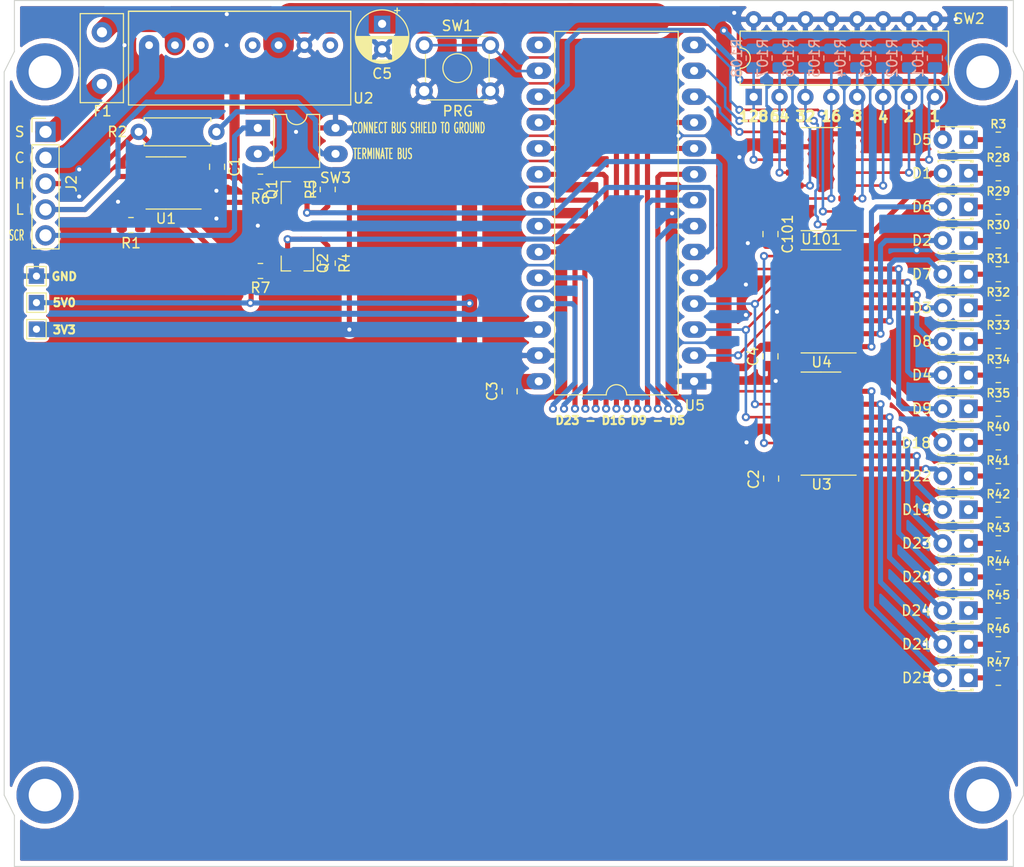
<source format=kicad_pcb>
(kicad_pcb (version 20171130) (host pcbnew "(5.1.9-0-10_14)")
  (title_block (title "SIM108 - NMEA 2000 Switch Input Module") (date 2020-09-16) (rev 221101) (company "PDJR <preeve@pdjr.eu>"))
  (layers (0 F.Cu mixed) (31 B.Cu mixed) (35 F.Paste user) (37 F.SilkS user) (38 B.Mask user) (39 F.Mask user) (44 Edge.Cuts user))
  (net 0 "")
  (net 1 GND)
  (net 2 "Net-(F1-Pad2)")
  (net 3 +5V)
  (net 4 /CAN_TX)
  (net 5 /CAN_RX)
  (net 6 "Net-(D1-Pad2)")
  (net 7 "Net-(D1-Pad1)")
  (net 8 "Net-(D2-Pad2)")
  (net 9 "Net-(D2-Pad1)")
  (net 10 "Net-(D3-Pad2)")
  (net 11 "Net-(D3-Pad1)")
  (net 12 "Net-(D4-Pad2)")
  (net 13 "Net-(D4-Pad1)")
  (net 14 "Net-(D5-Pad1)")
  (net 15 "Net-(D6-Pad2)")
  (net 16 "Net-(D6-Pad1)")
  (net 17 "Net-(D7-Pad2)")
  (net 18 "Net-(D7-Pad1)")
  (net 19 "Net-(D8-Pad2)")
  (net 20 "Net-(D8-Pad1)")
  (net 21 "Net-(F1-Pad1)")
  (net 22 "Net-(R1-Pad2)")
  (net 23 /PRG)
  (net 24 "Net-(U1-Pad5)")
  (net 25 "Net-(U5-Pad15)")
  (net 26 "Net-(D9-Pad2)")
  (net 27 "Net-(D9-Pad1)")
  (net 28 "Net-(D18-Pad2)")
  (net 29 "Net-(D18-Pad1)")
  (net 30 "Net-(D19-Pad2)")
  (net 31 "Net-(D19-Pad1)")
  (net 32 "Net-(D20-Pad2)")
  (net 33 "Net-(D20-Pad1)")
  (net 34 "Net-(D21-Pad2)")
  (net 35 "Net-(D21-Pad1)")
  (net 36 "Net-(D22-Pad2)")
  (net 37 "Net-(D22-Pad1)")
  (net 38 "Net-(D23-Pad2)")
  (net 39 "Net-(D23-Pad1)")
  (net 40 "Net-(D24-Pad2)")
  (net 41 "Net-(D24-Pad1)")
  (net 42 "Net-(D25-Pad2)")
  (net 43 "Net-(D25-Pad1)")
  (net 44 "Net-(U3-Pad9)")
  (net 45 "Net-(J2-Pad3)")
  (net 46 "Net-(J2-Pad2)")
  (net 47 +3V3)
  (net 48 /D23)
  (net 49 /D22)
  (net 50 /D21)
  (net 51 /D20)
  (net 52 /D19)
  (net 53 /D18)
  (net 54 /D17)
  (net 55 /D16)
  (net 56 "Net-(R101-Pad2)")
  (net 57 "Net-(R102-Pad2)")
  (net 58 "Net-(R103-Pad2)")
  (net 59 "Net-(R104-Pad2)")
  (net 60 "Net-(R105-Pad2)")
  (net 61 "Net-(R106-Pad2)")
  (net 62 "Net-(R107-Pad2)")
  (net 63 "Net-(R108-Pad2)")
  (net 64 /LED_SER)
  (net 65 /LED_LATCH)
  (net 66 /LED_CLOCK)
  (net 67 /LED_DATA)
  (net 68 /D8)
  (net 69 /D7)
  (net 70 /D6)
  (net 71 /D5)
  (net 72 /INSTANCE_Q7)
  (net 73 "Net-(U101-Pad7)")
  (net 74 /INSTANCE_CP)
  (net 75 /INSTANCE_PL)
  (net 76 "Net-(J2-Pad5)")
  (net 77 "Net-(J2-Pad4)")
  (net 78 "Net-(R2-Pad2)")
  (net 79 "Net-(D5-Pad2)")
  (net 80 /D9)
  (net 81 "Net-(Q1-Pad3)")
  (net 82 "Net-(Q2-Pad3)")
  (module Resistor_SMD:R_0805_2012Metric (layer F.Cu) (at 45.136 46.5455 180)
    (fp_text reference R7 (at 0 -1.65) (layer F.SilkS))
    (fp_text value "4K7 0.125W")
    (pad 2 smd roundrect (at 0.9125 0 180) (size 1.025 1.4) (layers F.Cu F.Paste F.Mask) (roundrect_rratio 0.243902) (net 3 +5V))
    (pad 1 smd roundrect (at -0.9125 0 180) (size 1.025 1.4) (layers F.Cu F.Paste F.Mask) (roundrect_rratio 0.243902) (net 82 "Net-(Q2-Pad3)"))
  )
  (module Resistor_SMD:R_0805_2012Metric (layer F.Cu) (at 45.136 37.7825 180)
    (fp_text reference R6 (at 0 -1.65) (layer F.SilkS))
    (fp_text value "4K7 0.125W")
    (pad 2 smd roundrect (at 0.9125 0 180) (size 1.025 1.4) (layers F.Cu F.Paste F.Mask) (roundrect_rratio 0.243902) (net 3 +5V))
    (pad 1 smd roundrect (at -0.9125 0 180) (size 1.025 1.4) (layers F.Cu F.Paste F.Mask) (roundrect_rratio 0.243902) (net 81 "Net-(Q1-Pad3)"))
  )
  (module Resistor_SMD:R_0805_2012Metric (layer F.Cu) (at 51.74 38.5445 90)
    (fp_text reference R5 (at 0 -1.65 90) (layer F.SilkS))
    (fp_text value "4K7 0.125W")
    (pad 2 smd roundrect (at 0.9125 0 90) (size 1.025 1.4) (layers F.Cu F.Paste F.Mask) (roundrect_rratio 0.243902) (net 47 +3V3))
    (pad 1 smd roundrect (at -0.9125 0 90) (size 1.025 1.4) (layers F.Cu F.Paste F.Mask) (roundrect_rratio 0.243902) (net 4 /CAN_TX))
  )
  (module Resistor_SMD:R_0805_2012Metric (layer F.Cu) (at 51.74 45.7835 270)
    (fp_text reference R4 (at 0 -1.65 90) (layer F.SilkS))
    (fp_text value "4K7 0.125W")
    (pad 2 smd roundrect (at 0.9125 0 270) (size 1.025 1.4) (layers F.Cu F.Paste F.Mask) (roundrect_rratio 0.243902) (net 47 +3V3))
    (pad 1 smd roundrect (at -0.9125 0 270) (size 1.025 1.4) (layers F.Cu F.Paste F.Mask) (roundrect_rratio 0.243902) (net 5 /CAN_RX))
  )
  (module Package_TO_SOT_SMD:SOT-23 (layer F.Cu) (at 48.7555 45.7835 270)
    (fp_text reference Q2 (at 0 -2.5 90) (layer F.SilkS))
    (fp_text value BSS138)
    (pad 3 smd rect (at 1 0 270) (size 0.9 0.8) (layers F.Cu F.Paste F.Mask) (net 82 "Net-(Q2-Pad3)"))
    (pad 2 smd rect (at -1 0.95 270) (size 0.9 0.8) (layers F.Cu F.Paste F.Mask) (net 5 /CAN_RX))
    (pad 1 smd rect (at -1 -0.95 270) (size 0.9 0.8) (layers F.Cu F.Paste F.Mask) (net 47 +3V3))
  )
  (module Package_TO_SOT_SMD:SOT-23 (layer F.Cu) (at 48.7555 38.5445 90)
    (fp_text reference Q1 (at 0 -2.5 90) (layer F.SilkS))
    (fp_text value BSS138)
    (pad 3 smd rect (at 1 0 90) (size 0.9 0.8) (layers F.Cu F.Paste F.Mask) (net 81 "Net-(Q1-Pad3)"))
    (pad 2 smd rect (at -1 0.95 90) (size 0.9 0.8) (layers F.Cu F.Paste F.Mask) (net 4 /CAN_TX))
    (pad 1 smd rect (at -1 -0.95 90) (size 0.9 0.8) (layers F.Cu F.Paste F.Mask) (net 47 +3V3))
  )
  (module Package_DIP:DIP-16_W7.62mm (layer F.Cu) (at 93.523 29.464 90)
    (fp_text reference SW2 (at 7.6835 21.1455 180) (layer F.SilkS))
    (fp_text value INSTANCE hide)
    (pad 16 thru_hole oval (at 7.62 0 90) (size 1.6 1.6) (drill 0.8) (layers *.Cu *.Mask) (net 1 GND))
    (pad 8 thru_hole oval (at 0 17.78 90) (size 1.6 1.6) (drill 0.8) (layers *.Cu *.Mask) (net 56 "Net-(R101-Pad2)"))
    (pad 15 thru_hole oval (at 7.62 2.54 90) (size 1.6 1.6) (drill 0.8) (layers *.Cu *.Mask) (net 1 GND))
    (pad 7 thru_hole oval (at 0 15.24 90) (size 1.6 1.6) (drill 0.8) (layers *.Cu *.Mask) (net 57 "Net-(R102-Pad2)"))
    (pad 14 thru_hole oval (at 7.62 5.08 90) (size 1.6 1.6) (drill 0.8) (layers *.Cu *.Mask) (net 1 GND))
    (pad 6 thru_hole oval (at 0 12.7 90) (size 1.6 1.6) (drill 0.8) (layers *.Cu *.Mask) (net 58 "Net-(R103-Pad2)"))
    (pad 13 thru_hole oval (at 7.62 7.62 90) (size 1.6 1.6) (drill 0.8) (layers *.Cu *.Mask) (net 1 GND))
    (pad 5 thru_hole oval (at 0 10.16 90) (size 1.6 1.6) (drill 0.8) (layers *.Cu *.Mask) (net 59 "Net-(R104-Pad2)"))
    (pad 12 thru_hole oval (at 7.62 10.16 90) (size 1.6 1.6) (drill 0.8) (layers *.Cu *.Mask) (net 1 GND))
    (pad 4 thru_hole oval (at 0 7.62 90) (size 1.6 1.6) (drill 0.8) (layers *.Cu *.Mask) (net 60 "Net-(R105-Pad2)"))
    (pad 11 thru_hole oval (at 7.62 12.7 90) (size 1.6 1.6) (drill 0.8) (layers *.Cu *.Mask) (net 1 GND))
    (pad 3 thru_hole oval (at 0 5.08 90) (size 1.6 1.6) (drill 0.8) (layers *.Cu *.Mask) (net 61 "Net-(R106-Pad2)"))
    (pad 10 thru_hole oval (at 7.62 15.24 90) (size 1.6 1.6) (drill 0.8) (layers *.Cu *.Mask) (net 1 GND))
    (pad 2 thru_hole oval (at 0 2.54 90) (size 1.6 1.6) (drill 0.8) (layers *.Cu *.Mask) (net 62 "Net-(R107-Pad2)"))
    (pad 9 thru_hole oval (at 7.62 17.78 90) (size 1.6 1.6) (drill 0.8) (layers *.Cu *.Mask) (net 1 GND))
    (pad 1 thru_hole rect (at 0 0 90) (size 1.6 1.6) (drill 0.8) (layers *.Cu *.Mask) (net 63 "Net-(R108-Pad2)"))
  )
  (module Capacitor_SMD:C_0805_2012Metric (layer F.Cu) (at 95.174 54.9275 270)
    (fp_text reference C4 (at 0.0025 1.7145 270) (layer F.SilkS))
    (fp_text value 100nF)
    (pad 2 smd roundrect (at 0.95 0 270) (size 1 1.45) (layers F.Cu F.Paste F.Mask) (net 1 GND))
    (pad 1 smd roundrect (at -0.95 0 270) (size 1 1.45) (layers F.Cu F.Paste F.Mask) (net 3 +5V))
  )
  (module Package_SO:SO-16_3.9x9.9mm_P1.27mm (layer F.Cu) (at 100.127 49.53 180)
    (fp_text reference U4 (at -0.0635 -5.969 180) (layer F.SilkS))
    (fp_text value 74HCT595)
    (pad 16 smd roundrect (at 2.575 -4.445 180) (size 1.75 0.6) (layers F.Cu F.Paste F.Mask) (net 3 +5V))
    (pad 15 smd roundrect (at 2.575 -3.175 180) (size 1.75 0.6) (layers F.Cu F.Paste F.Mask) (net 6 "Net-(D1-Pad2)"))
    (pad 14 smd roundrect (at 2.575 -1.905 180) (size 1.75 0.6) (layers F.Cu F.Paste F.Mask) (net 67 /LED_DATA))
    (pad 13 smd roundrect (at 2.575 -0.635 180) (size 1.75 0.6) (layers F.Cu F.Paste F.Mask) (net 1 GND))
    (pad 12 smd roundrect (at 2.575 0.635 180) (size 1.75 0.6) (layers F.Cu F.Paste F.Mask) (net 65 /LED_LATCH))
    (pad 11 smd roundrect (at 2.575 1.905 180) (size 1.75 0.6) (layers F.Cu F.Paste F.Mask) (net 66 /LED_CLOCK))
    (pad 10 smd roundrect (at 2.575 3.175 180) (size 1.75 0.6) (layers F.Cu F.Paste F.Mask) (net 3 +5V))
    (pad 9 smd roundrect (at 2.575 4.445 180) (size 1.75 0.6) (layers F.Cu F.Paste F.Mask) (net 64 /LED_SER))
    (pad 8 smd roundrect (at -2.575 4.445 180) (size 1.75 0.6) (layers F.Cu F.Paste F.Mask) (net 1 GND))
    (pad 7 smd roundrect (at -2.575 3.175 180) (size 1.75 0.6) (layers F.Cu F.Paste F.Mask) (net 26 "Net-(D9-Pad2)"))
    (pad 6 smd roundrect (at -2.575 1.905 180) (size 1.75 0.6) (layers F.Cu F.Paste F.Mask) (net 12 "Net-(D4-Pad2)"))
    (pad 5 smd roundrect (at -2.575 0.635 180) (size 1.75 0.6) (layers F.Cu F.Paste F.Mask) (net 19 "Net-(D8-Pad2)"))
    (pad 4 smd roundrect (at -2.575 -0.635 180) (size 1.75 0.6) (layers F.Cu F.Paste F.Mask) (net 10 "Net-(D3-Pad2)"))
    (pad 3 smd roundrect (at -2.575 -1.905 180) (size 1.75 0.6) (layers F.Cu F.Paste F.Mask) (net 17 "Net-(D7-Pad2)"))
    (pad 2 smd roundrect (at -2.575 -3.175 180) (size 1.75 0.6) (layers F.Cu F.Paste F.Mask) (net 8 "Net-(D2-Pad2)"))
    (pad 1 smd roundrect (at -2.575 -4.445 180) (size 1.75 0.6) (layers F.Cu F.Paste F.Mask) (net 15 "Net-(D6-Pad2)"))
  )
  (module Package_SO:SO-16_3.9x9.9mm_P1.27mm (layer F.Cu) (at 100.127 37.5285 180)
    (fp_text reference U101 (at 0 -5.9) (layer F.SilkS))
    (fp_text value 74HC165)
    (pad 16 smd roundrect (at 2.575 -4.445 180) (size 1.75 0.6) (layers F.Cu F.Paste F.Mask) (net 3 +5V))
    (pad 15 smd roundrect (at 2.575 -3.175 180) (size 1.75 0.6) (layers F.Cu F.Paste F.Mask) (net 1 GND))
    (pad 14 smd roundrect (at 2.575 -1.905 180) (size 1.75 0.6) (layers F.Cu F.Paste F.Mask) (net 60 "Net-(R105-Pad2)"))
    (pad 13 smd roundrect (at 2.575 -0.635 180) (size 1.75 0.6) (layers F.Cu F.Paste F.Mask) (net 61 "Net-(R106-Pad2)"))
    (pad 12 smd roundrect (at 2.575 0.635 180) (size 1.75 0.6) (layers F.Cu F.Paste F.Mask) (net 62 "Net-(R107-Pad2)"))
    (pad 11 smd roundrect (at 2.575 1.905 180) (size 1.75 0.6) (layers F.Cu F.Paste F.Mask) (net 63 "Net-(R108-Pad2)"))
    (pad 10 smd roundrect (at 2.575 3.175 180) (size 1.75 0.6) (layers F.Cu F.Paste F.Mask) (net 1 GND))
    (pad 9 smd roundrect (at 2.575 4.445 180) (size 1.75 0.6) (layers F.Cu F.Paste F.Mask) (net 72 /INSTANCE_Q7))
    (pad 8 smd roundrect (at -2.575 4.445 180) (size 1.75 0.6) (layers F.Cu F.Paste F.Mask) (net 1 GND))
    (pad 7 smd roundrect (at -2.575 3.175 180) (size 1.75 0.6) (layers F.Cu F.Paste F.Mask) (net 73 "Net-(U101-Pad7)"))
    (pad 6 smd roundrect (at -2.575 1.905 180) (size 1.75 0.6) (layers F.Cu F.Paste F.Mask) (net 56 "Net-(R101-Pad2)"))
    (pad 5 smd roundrect (at -2.575 0.635 180) (size 1.75 0.6) (layers F.Cu F.Paste F.Mask) (net 57 "Net-(R102-Pad2)"))
    (pad 4 smd roundrect (at -2.575 -0.635 180) (size 1.75 0.6) (layers F.Cu F.Paste F.Mask) (net 58 "Net-(R103-Pad2)"))
    (pad 3 smd roundrect (at -2.575 -1.905 180) (size 1.75 0.6) (layers F.Cu F.Paste F.Mask) (net 59 "Net-(R104-Pad2)"))
    (pad 2 smd roundrect (at -2.575 -3.175 180) (size 1.75 0.6) (layers F.Cu F.Paste F.Mask) (net 74 /INSTANCE_CP))
    (pad 1 smd roundrect (at -2.575 -4.445 180) (size 1.75 0.6) (layers F.Cu F.Paste F.Mask) (net 75 /INSTANCE_PL))
  )
  (module Resistor_SMD:R_0805_2012Metric (layer B.Cu) (at 93.523 25.654 270)
    (fp_text reference R108 (at 0 1.65 270) (layer B.SilkS) (effects (justify mirror)))
    (fp_text value "4K7 0.125W")
    (pad 2 smd roundrect (at 0.9125 0 270) (size 1.025 1.4) (layers B.Cu B.Paste B.Mask) (roundrect_rratio 0.243902) (net 63 "Net-(R108-Pad2)"))
    (pad 1 smd roundrect (at -0.9125 0 270) (size 1.025 1.4) (layers B.Cu B.Paste B.Mask) (roundrect_rratio 0.243902) (net 3 +5V))
  )
  (module Resistor_SMD:R_0805_2012Metric (layer B.Cu) (at 96.063 25.654 270)
    (fp_text reference R107 (at 0 1.65 270) (layer B.SilkS) (effects (justify mirror)))
    (fp_text value "4K7 0.125W")
    (pad 2 smd roundrect (at 0.9125 0 270) (size 1.025 1.4) (layers B.Cu B.Paste B.Mask) (roundrect_rratio 0.243902) (net 62 "Net-(R107-Pad2)"))
    (pad 1 smd roundrect (at -0.9125 0 270) (size 1.025 1.4) (layers B.Cu B.Paste B.Mask) (roundrect_rratio 0.243902) (net 3 +5V))
  )
  (module Resistor_SMD:R_0805_2012Metric (layer B.Cu) (at 98.603 25.654 270)
    (fp_text reference R106 (at 0 1.65 270) (layer B.SilkS) (effects (justify mirror)))
    (fp_text value "4K7 0.125W")
    (pad 2 smd roundrect (at 0.9125 0 270) (size 1.025 1.4) (layers B.Cu B.Paste B.Mask) (roundrect_rratio 0.243902) (net 61 "Net-(R106-Pad2)"))
    (pad 1 smd roundrect (at -0.9125 0 270) (size 1.025 1.4) (layers B.Cu B.Paste B.Mask) (roundrect_rratio 0.243902) (net 3 +5V))
  )
  (module Resistor_SMD:R_0805_2012Metric (layer B.Cu) (at 101.143 25.654 270)
    (fp_text reference R105 (at 0 1.65 270) (layer B.SilkS) (effects (justify mirror)))
    (fp_text value "4K7 0.125W")
    (pad 2 smd roundrect (at 0.9125 0 270) (size 1.025 1.4) (layers B.Cu B.Paste B.Mask) (roundrect_rratio 0.243902) (net 60 "Net-(R105-Pad2)"))
    (pad 1 smd roundrect (at -0.9125 0 270) (size 1.025 1.4) (layers B.Cu B.Paste B.Mask) (roundrect_rratio 0.243902) (net 3 +5V))
  )
  (module Resistor_SMD:R_0805_2012Metric (layer B.Cu) (at 103.683 25.654 270)
    (fp_text reference R104 (at 0 1.65 270) (layer B.SilkS) (effects (justify mirror)))
    (fp_text value "4K7 0.125W")
    (pad 2 smd roundrect (at 0.9125 0 270) (size 1.025 1.4) (layers B.Cu B.Paste B.Mask) (roundrect_rratio 0.243902) (net 59 "Net-(R104-Pad2)"))
    (pad 1 smd roundrect (at -0.9125 0 270) (size 1.025 1.4) (layers B.Cu B.Paste B.Mask) (roundrect_rratio 0.243902) (net 3 +5V))
  )
  (module Resistor_SMD:R_0805_2012Metric (layer B.Cu) (at 106.223 25.654 270)
    (fp_text reference R103 (at 0 1.65 270) (layer B.SilkS) (effects (justify mirror)))
    (fp_text value "4K7 0.125W")
    (pad 2 smd roundrect (at 0.9125 0 270) (size 1.025 1.4) (layers B.Cu B.Paste B.Mask) (roundrect_rratio 0.243902) (net 58 "Net-(R103-Pad2)"))
    (pad 1 smd roundrect (at -0.9125 0 270) (size 1.025 1.4) (layers B.Cu B.Paste B.Mask) (roundrect_rratio 0.243902) (net 3 +5V))
  )
  (module Resistor_SMD:R_0805_2012Metric (layer B.Cu) (at 108.763 25.654 270)
    (fp_text reference R102 (at 0 1.65 270) (layer B.SilkS) (effects (justify mirror)))
    (fp_text value "4K7 0.125W")
    (pad 2 smd roundrect (at 0.9125 0 270) (size 1.025 1.4) (layers B.Cu B.Paste B.Mask) (roundrect_rratio 0.243902) (net 57 "Net-(R102-Pad2)"))
    (pad 1 smd roundrect (at -0.9125 0 270) (size 1.025 1.4) (layers B.Cu B.Paste B.Mask) (roundrect_rratio 0.243902) (net 3 +5V))
  )
  (module Resistor_SMD:R_0805_2012Metric (layer B.Cu) (at 111.303 25.654 270)
    (fp_text reference R101 (at 0 1.65 270) (layer B.SilkS) (effects (justify mirror)))
    (fp_text value "4K7 0.125W")
    (pad 2 smd roundrect (at 0.9125 0 270) (size 1.025 1.4) (layers B.Cu B.Paste B.Mask) (roundrect_rratio 0.243902) (net 56 "Net-(R101-Pad2)"))
    (pad 1 smd roundrect (at -0.9125 0 270) (size 1.025 1.4) (layers B.Cu B.Paste B.Mask) (roundrect_rratio 0.243902) (net 3 +5V))
  )
  (module Capacitor_SMD:C_0805_2012Metric (layer F.Cu) (at 95.174 42.926 270)
    (fp_text reference C101 (at 0 -1.68 90) (layer F.SilkS))
    (fp_text value 100nF)
    (pad 2 smd roundrect (at 0.95 0 270) (size 1 1.45) (layers F.Cu F.Paste F.Mask) (net 1 GND))
    (pad 1 smd roundrect (at -0.95 0 270) (size 1 1.45) (layers F.Cu F.Paste F.Mask) (net 3 +5V))
  )
  (module TestPoint:TestPoint_THTPad_1.5x1.5mm_Drill0.7mm (layer F.Cu) (at 23.165 52.2605)
    (fp_text reference "TEST 5V0" hide)
    (fp_text value TestPoint_THTPad_1.5x1.5mm_Drill0.7mm)
    (pad 1 thru_hole rect (at 0 0) (size 1.5 1.5) (drill 0.7) (layers *.Cu *.Mask) (net 47 +3V3))
  )
  (module PDJR_DC-DC_Converters:TMR_2411 (layer F.Cu) (at 34.214 24.384)
    (fp_text reference U2 (at 21.0185 5.207) (layer F.SilkS))
    (fp_text value TMR-2-2411)
    (pad 1 thru_hole roundrect (at 0 0) (size 1.524 1.524) (drill 0.762) (layers *.Cu *.Mask) (net 46 "Net-(J2-Pad2)"))
    (pad 2 thru_hole circle (at 2.54 0) (size 1.524 1.524) (drill 0.762) (layers *.Cu *.Mask) (net 2 "Net-(F1-Pad2)"))
    (pad 3 thru_hole circle (at 5.08 0) (size 1.524 1.524) (drill 0.762) (layers *.Cu *.Mask))
    (pad 5 thru_hole circle (at 10.16 0) (size 1.524 1.524) (drill 0.762) (layers *.Cu *.Mask))
    (pad 6 thru_hole circle (at 12.7 0) (size 1.524 1.524) (drill 0.762) (layers *.Cu *.Mask) (net 3 +5V))
    (pad 7 thru_hole circle (at 15.24 0) (size 1.524 1.524) (drill 0.762) (layers *.Cu *.Mask) (net 1 GND))
    (pad 8 thru_hole circle (at 17.78 0) (size 1.524 1.524) (drill 0.762) (layers *.Cu *.Mask))
  )
  (module TestPoint:TestPoint_THTPad_1.5x1.5mm_Drill0.7mm (layer F.Cu) (at 23.165 47.0535)
    (fp_text reference REF** hide)
    (fp_text value TestPoint_THTPad_1.5x1.5mm_Drill0.7mm)
    (pad 1 thru_hole rect (at 0 0) (size 1.5 1.5) (drill 0.7) (layers *.Cu *.Mask) (net 1 GND))
  )
  (module TestPoint:TestPoint_THTPad_1.5x1.5mm_Drill0.7mm (layer F.Cu) (at 23.165 49.657)
    (fp_text reference "TEST 5V0" hide)
    (fp_text value TestPoint_THTPad_1.5x1.5mm_Drill0.7mm)
    (pad 1 thru_hole rect (at 0 0) (size 1.5 1.5) (drill 0.7) (layers *.Cu *.Mask) (net 3 +5V))
  )
  (module Capacitor_THT:CP_Radial_D5.0mm_P2.50mm (layer F.Cu) (at 57.074 22.2885 270)
    (fp_text reference C5 (at 4.8895 0 180) (layer F.SilkS))
    (fp_text value 100nF)
    (pad 2 thru_hole circle (at 2.5 0 270) (size 1.6 1.6) (drill 0.8) (layers *.Cu *.Mask) (net 1 GND))
    (pad 1 thru_hole rect (at 0 0 270) (size 1.6 1.6) (drill 0.8) (layers *.Cu *.Mask) (net 3 +5V))
  )
  (module Capacitor_SMD:C_0805_2012Metric (layer F.Cu) (at 69.5835 58.3565 270)
    (fp_text reference C3 (at 0 1.7145 270) (layer F.SilkS))
    (fp_text value 100nF)
    (pad 2 smd roundrect (at 0.95 0 270) (size 1 1.45) (layers F.Cu F.Paste F.Mask) (net 1 GND))
    (pad 1 smd roundrect (at -0.95 0 270) (size 1 1.45) (layers F.Cu F.Paste F.Mask) (net 3 +5V))
  )
  (module Capacitor_SMD:C_0805_2012Metric (layer F.Cu) (at 40.8815 36.322 90)
    (fp_text reference C1 (at 0 1.7145 90) (layer F.SilkS))
    (fp_text value 100nF)
    (pad 2 smd roundrect (at 0.95 0 90) (size 1 1.45) (layers F.Cu F.Paste F.Mask) (net 1 GND))
    (pad 1 smd roundrect (at -0.95 0 90) (size 1 1.45) (layers F.Cu F.Paste F.Mask) (net 3 +5V))
  )
  (module Resistor_SMD:R_0805_2012Metric (layer F.Cu) (at 32.436 42.037)
    (fp_text reference R1 (at 0 1.778) (layer F.SilkS))
    (fp_text value "4K7 0.125W")
    (pad 2 smd roundrect (at 0.9125 0) (size 1.025 1.4) (layers F.Cu F.Paste F.Mask) (roundrect_rratio 0.243902) (net 22 "Net-(R1-Pad2)"))
    (pad 1 smd roundrect (at -0.9125 0) (size 1.025 1.4) (layers F.Cu F.Paste F.Mask) (roundrect_rratio 0.243902) (net 1 GND))
  )
  (module Package_SO:SOIC-8_3.9x4.9mm_P1.27mm (layer F.Cu) (at 35.865 37.9095 180)
    (fp_text reference U1 (at 0 -3.4925) (layer F.SilkS))
    (fp_text value MCP2551-I-P)
    (pad 8 smd roundrect (at 2.475 -1.905 180) (size 1.95 0.6) (layers F.Cu F.Paste F.Mask) (net 22 "Net-(R1-Pad2)"))
    (pad 7 smd roundrect (at 2.475 -0.635 180) (size 1.95 0.6) (layers F.Cu F.Paste F.Mask) (net 45 "Net-(J2-Pad3)"))
    (pad 6 smd roundrect (at 2.475 0.635 180) (size 1.95 0.6) (layers F.Cu F.Paste F.Mask) (net 77 "Net-(J2-Pad4)"))
    (pad 5 smd roundrect (at 2.475 1.905 180) (size 1.95 0.6) (layers F.Cu F.Paste F.Mask) (net 24 "Net-(U1-Pad5)"))
    (pad 4 smd roundrect (at -2.475 1.905 180) (size 1.95 0.6) (layers F.Cu F.Paste F.Mask) (net 82 "Net-(Q2-Pad3)"))
    (pad 3 smd roundrect (at -2.475 0.635 180) (size 1.95 0.6) (layers F.Cu F.Paste F.Mask) (net 3 +5V))
    (pad 2 smd roundrect (at -2.475 -0.635 180) (size 1.95 0.6) (layers F.Cu F.Paste F.Mask) (net 1 GND))
    (pad 1 smd roundrect (at -2.475 -1.905 180) (size 1.95 0.6) (layers F.Cu F.Paste F.Mask) (net 81 "Net-(Q1-Pad3)"))
  )
  (module Package_SO:SO-16_3.9x9.9mm_P1.27mm (layer F.Cu) (at 100.127 61.5315 180)
    (fp_text reference U3 (at -0.0635 -5.969) (layer F.SilkS))
    (fp_text value 74HCT595)
    (pad 16 smd roundrect (at 2.575 -4.445 180) (size 1.75 0.6) (layers F.Cu F.Paste F.Mask) (net 3 +5V))
    (pad 15 smd roundrect (at 2.575 -3.175 180) (size 1.75 0.6) (layers F.Cu F.Paste F.Mask) (net 28 "Net-(D18-Pad2)"))
    (pad 14 smd roundrect (at 2.575 -1.905 180) (size 1.75 0.6) (layers F.Cu F.Paste F.Mask) (net 64 /LED_SER))
    (pad 13 smd roundrect (at 2.575 -0.635 180) (size 1.75 0.6) (layers F.Cu F.Paste F.Mask) (net 1 GND))
    (pad 12 smd roundrect (at 2.575 0.635 180) (size 1.75 0.6) (layers F.Cu F.Paste F.Mask) (net 65 /LED_LATCH))
    (pad 11 smd roundrect (at 2.575 1.905 180) (size 1.75 0.6) (layers F.Cu F.Paste F.Mask) (net 66 /LED_CLOCK))
    (pad 10 smd roundrect (at 2.575 3.175 180) (size 1.75 0.6) (layers F.Cu F.Paste F.Mask) (net 3 +5V))
    (pad 9 smd roundrect (at 2.575 4.445 180) (size 1.75 0.6) (layers F.Cu F.Paste F.Mask) (net 44 "Net-(U3-Pad9)"))
    (pad 8 smd roundrect (at -2.575 4.445 180) (size 1.75 0.6) (layers F.Cu F.Paste F.Mask) (net 1 GND))
    (pad 7 smd roundrect (at -2.575 3.175 180) (size 1.75 0.6) (layers F.Cu F.Paste F.Mask) (net 42 "Net-(D25-Pad2)"))
    (pad 6 smd roundrect (at -2.575 1.905 180) (size 1.75 0.6) (layers F.Cu F.Paste F.Mask) (net 34 "Net-(D21-Pad2)"))
    (pad 5 smd roundrect (at -2.575 0.635 180) (size 1.75 0.6) (layers F.Cu F.Paste F.Mask) (net 40 "Net-(D24-Pad2)"))
    (pad 4 smd roundrect (at -2.575 -0.635 180) (size 1.75 0.6) (layers F.Cu F.Paste F.Mask) (net 32 "Net-(D20-Pad2)"))
    (pad 3 smd roundrect (at -2.575 -1.905 180) (size 1.75 0.6) (layers F.Cu F.Paste F.Mask) (net 38 "Net-(D23-Pad2)"))
    (pad 2 smd roundrect (at -2.575 -3.175 180) (size 1.75 0.6) (layers F.Cu F.Paste F.Mask) (net 30 "Net-(D19-Pad2)"))
    (pad 1 smd roundrect (at -2.575 -4.445 180) (size 1.75 0.6) (layers F.Cu F.Paste F.Mask) (net 36 "Net-(D22-Pad2)"))
  )
  (module Resistor_SMD:R_0805_2012Metric (layer F.Cu) (at 117.526 86.487)
    (fp_text reference R47 (at 0 -1.524) (layer F.SilkS) (effects (font (size 0.8 0.8))))
    (fp_text value 560R)
    (pad 2 smd roundrect (at 0.9125 0) (size 1.025 1.4) (layers F.Cu F.Paste F.Mask) (roundrect_rratio 0.243902) (net 1 GND))
    (pad 1 smd roundrect (at -0.9125 0) (size 1.025 1.4) (layers F.Cu F.Paste F.Mask) (roundrect_rratio 0.243902) (net 43 "Net-(D25-Pad1)"))
  )
  (module Resistor_SMD:R_0805_2012Metric (layer F.Cu) (at 117.526 83.185)
    (fp_text reference R46 (at 0 -1.524) (layer F.SilkS) (effects (font (size 0.8 0.8))))
    (fp_text value 560R)
    (pad 2 smd roundrect (at 0.9125 0) (size 1.025 1.4) (layers F.Cu F.Paste F.Mask) (roundrect_rratio 0.243902) (net 1 GND))
    (pad 1 smd roundrect (at -0.9125 0) (size 1.025 1.4) (layers F.Cu F.Paste F.Mask) (roundrect_rratio 0.243902) (net 35 "Net-(D21-Pad1)"))
  )
  (module Resistor_SMD:R_0805_2012Metric (layer F.Cu) (at 117.526 79.883)
    (fp_text reference R45 (at 0 -1.524) (layer F.SilkS) (effects (font (size 0.8 0.8))))
    (fp_text value 560R)
    (pad 2 smd roundrect (at 0.9125 0) (size 1.025 1.4) (layers F.Cu F.Paste F.Mask) (roundrect_rratio 0.243902) (net 1 GND))
    (pad 1 smd roundrect (at -0.9125 0) (size 1.025 1.4) (layers F.Cu F.Paste F.Mask) (roundrect_rratio 0.243902) (net 41 "Net-(D24-Pad1)"))
  )
  (module Resistor_SMD:R_0805_2012Metric (layer F.Cu) (at 117.526 76.581)
    (fp_text reference R44 (at 0 -1.524) (layer F.SilkS) (effects (font (size 0.8 0.8))))
    (fp_text value 560R)
    (pad 2 smd roundrect (at 0.9125 0) (size 1.025 1.4) (layers F.Cu F.Paste F.Mask) (roundrect_rratio 0.243902) (net 1 GND))
    (pad 1 smd roundrect (at -0.9125 0) (size 1.025 1.4) (layers F.Cu F.Paste F.Mask) (roundrect_rratio 0.243902) (net 33 "Net-(D20-Pad1)"))
  )
  (module Resistor_SMD:R_0805_2012Metric (layer F.Cu) (at 117.526 73.279)
    (fp_text reference R43 (at 0 -1.524) (layer F.SilkS) (effects (font (size 0.8 0.8))))
    (fp_text value 560R)
    (pad 2 smd roundrect (at 0.9125 0) (size 1.025 1.4) (layers F.Cu F.Paste F.Mask) (roundrect_rratio 0.243902) (net 1 GND))
    (pad 1 smd roundrect (at -0.9125 0) (size 1.025 1.4) (layers F.Cu F.Paste F.Mask) (roundrect_rratio 0.243902) (net 39 "Net-(D23-Pad1)"))
  )
  (module Resistor_SMD:R_0805_2012Metric (layer F.Cu) (at 117.526 69.977)
    (fp_text reference R42 (at 0 -1.524) (layer F.SilkS) (effects (font (size 0.8 0.8))))
    (fp_text value 560R)
    (pad 2 smd roundrect (at 0.9125 0) (size 1.025 1.4) (layers F.Cu F.Paste F.Mask) (roundrect_rratio 0.243902) (net 1 GND))
    (pad 1 smd roundrect (at -0.9125 0) (size 1.025 1.4) (layers F.Cu F.Paste F.Mask) (roundrect_rratio 0.243902) (net 31 "Net-(D19-Pad1)"))
  )
  (module Resistor_SMD:R_0805_2012Metric (layer F.Cu) (at 117.526 66.675)
    (fp_text reference R41 (at 0 -1.524) (layer F.SilkS) (effects (font (size 0.8 0.8))))
    (fp_text value 560R)
    (pad 2 smd roundrect (at 0.9125 0) (size 1.025 1.4) (layers F.Cu F.Paste F.Mask) (roundrect_rratio 0.243902) (net 1 GND))
    (pad 1 smd roundrect (at -0.9125 0) (size 1.025 1.4) (layers F.Cu F.Paste F.Mask) (roundrect_rratio 0.243902) (net 37 "Net-(D22-Pad1)"))
  )
  (module Resistor_SMD:R_0805_2012Metric (layer F.Cu) (at 117.526 63.373)
    (fp_text reference R40 (at 0 -1.524) (layer F.SilkS) (effects (font (size 0.8 0.8))))
    (fp_text value 560R)
    (pad 2 smd roundrect (at 0.9125 0) (size 1.025 1.4) (layers F.Cu F.Paste F.Mask) (roundrect_rratio 0.243902) (net 1 GND))
    (pad 1 smd roundrect (at -0.9125 0) (size 1.025 1.4) (layers F.Cu F.Paste F.Mask) (roundrect_rratio 0.243902) (net 29 "Net-(D18-Pad1)"))
  )
  (module LED_THT:LED_D1.8mm_W3.3mm_H2.4mm (layer F.Cu) (at 114.605 86.487 180)
    (fp_text reference D25 (at 5.08 0) (layer F.SilkS))
    (fp_text value LED hide)
    (pad 2 thru_hole circle (at 2.54 0 180) (size 1.8 1.8) (drill 0.9) (layers *.Cu *.Mask) (net 42 "Net-(D25-Pad2)"))
    (pad 1 thru_hole rect (at 0 0 180) (size 1.8 1.8) (drill 0.9) (layers *.Cu *.Mask) (net 43 "Net-(D25-Pad1)"))
  )
  (module LED_THT:LED_D1.8mm_W3.3mm_H2.4mm (layer F.Cu) (at 114.605 79.883 180)
    (fp_text reference D24 (at 5.1435 0) (layer F.SilkS))
    (fp_text value LED hide)
    (pad 2 thru_hole circle (at 2.54 0 180) (size 1.8 1.8) (drill 0.9) (layers *.Cu *.Mask) (net 40 "Net-(D24-Pad2)"))
    (pad 1 thru_hole rect (at 0 0 180) (size 1.8 1.8) (drill 0.9) (layers *.Cu *.Mask) (net 41 "Net-(D24-Pad1)"))
  )
  (module LED_THT:LED_D1.8mm_W3.3mm_H2.4mm (layer F.Cu) (at 114.605 73.279 180)
    (fp_text reference D23 (at 5.08 0) (layer F.SilkS))
    (fp_text value LED hide)
    (pad 2 thru_hole circle (at 2.54 0 180) (size 1.8 1.8) (drill 0.9) (layers *.Cu *.Mask) (net 38 "Net-(D23-Pad2)"))
    (pad 1 thru_hole rect (at 0 0 180) (size 1.8 1.8) (drill 0.9) (layers *.Cu *.Mask) (net 39 "Net-(D23-Pad1)"))
  )
  (module LED_THT:LED_D1.8mm_W3.3mm_H2.4mm (layer F.Cu) (at 114.605 66.675 180)
    (fp_text reference D22 (at 5.08 0) (layer F.SilkS))
    (fp_text value LED hide)
    (pad 2 thru_hole circle (at 2.54 0 180) (size 1.8 1.8) (drill 0.9) (layers *.Cu *.Mask) (net 36 "Net-(D22-Pad2)"))
    (pad 1 thru_hole rect (at 0 0 180) (size 1.8 1.8) (drill 0.9) (layers *.Cu *.Mask) (net 37 "Net-(D22-Pad1)"))
  )
  (module LED_THT:LED_D1.8mm_W3.3mm_H2.4mm (layer F.Cu) (at 114.605 83.185 180)
    (fp_text reference D21 (at 5.08 0) (layer F.SilkS))
    (fp_text value LED hide)
    (pad 2 thru_hole circle (at 2.54 0 180) (size 1.8 1.8) (drill 0.9) (layers *.Cu *.Mask) (net 34 "Net-(D21-Pad2)"))
    (pad 1 thru_hole rect (at 0 0 180) (size 1.8 1.8) (drill 0.9) (layers *.Cu *.Mask) (net 35 "Net-(D21-Pad1)"))
  )
  (module LED_THT:LED_D1.8mm_W3.3mm_H2.4mm (layer F.Cu) (at 114.605 76.581 180)
    (fp_text reference D20 (at 5.08 0) (layer F.SilkS))
    (fp_text value LED hide)
    (pad 2 thru_hole circle (at 2.54 0 180) (size 1.8 1.8) (drill 0.9) (layers *.Cu *.Mask) (net 32 "Net-(D20-Pad2)"))
    (pad 1 thru_hole rect (at 0 0 180) (size 1.8 1.8) (drill 0.9) (layers *.Cu *.Mask) (net 33 "Net-(D20-Pad1)"))
  )
  (module LED_THT:LED_D1.8mm_W3.3mm_H2.4mm (layer F.Cu) (at 114.605 69.977 180)
    (fp_text reference D19 (at 5.08 0) (layer F.SilkS))
    (fp_text value LED hide)
    (pad 2 thru_hole circle (at 2.54 0 180) (size 1.8 1.8) (drill 0.9) (layers *.Cu *.Mask) (net 30 "Net-(D19-Pad2)"))
    (pad 1 thru_hole rect (at 0 0 180) (size 1.8 1.8) (drill 0.9) (layers *.Cu *.Mask) (net 31 "Net-(D19-Pad1)"))
  )
  (module LED_THT:LED_D1.8mm_W3.3mm_H2.4mm (layer F.Cu) (at 114.605 63.373 180)
    (fp_text reference D18 (at 5.1435 -0.0635) (layer F.SilkS))
    (fp_text value LED hide)
    (pad 2 thru_hole circle (at 2.54 0 180) (size 1.8 1.8) (drill 0.9) (layers *.Cu *.Mask) (net 28 "Net-(D18-Pad2)"))
    (pad 1 thru_hole rect (at 0 0 180) (size 1.8 1.8) (drill 0.9) (layers *.Cu *.Mask) (net 29 "Net-(D18-Pad1)"))
  )
  (module Capacitor_SMD:C_0805_2012Metric (layer F.Cu) (at 95.2375 66.929 270)
    (fp_text reference C2 (at 0.0635 1.7145 270) (layer F.SilkS))
    (fp_text value 100nF)
    (pad 2 smd roundrect (at 0.95 0 270) (size 1 1.45) (layers F.Cu F.Paste F.Mask) (net 1 GND))
    (pad 1 smd roundrect (at -0.95 0 270) (size 1 1.45) (layers F.Cu F.Paste F.Mask) (net 3 +5V))
  )
  (module Resistor_SMD:R_0805_2012Metric (layer F.Cu) (at 117.526 60.071)
    (fp_text reference R35 (at 0 -1.524) (layer F.SilkS) (effects (font (size 0.8 0.8))))
    (fp_text value 560R)
    (pad 2 smd roundrect (at 0.9125 0) (size 1.025 1.4) (layers F.Cu F.Paste F.Mask) (roundrect_rratio 0.243902) (net 1 GND))
    (pad 1 smd roundrect (at -0.9125 0) (size 1.025 1.4) (layers F.Cu F.Paste F.Mask) (roundrect_rratio 0.243902) (net 27 "Net-(D9-Pad1)"))
  )
  (module Resistor_SMD:R_0805_2012Metric (layer F.Cu) (at 117.526 56.769)
    (fp_text reference R34 (at 0 -1.524) (layer F.SilkS) (effects (font (size 0.8 0.8))))
    (fp_text value 560R)
    (pad 2 smd roundrect (at 0.9125 0) (size 1.025 1.4) (layers F.Cu F.Paste F.Mask) (roundrect_rratio 0.243902) (net 1 GND))
    (pad 1 smd roundrect (at -0.9125 0) (size 1.025 1.4) (layers F.Cu F.Paste F.Mask) (roundrect_rratio 0.243902) (net 13 "Net-(D4-Pad1)"))
  )
  (module Resistor_SMD:R_0805_2012Metric (layer F.Cu) (at 117.526 53.4035)
    (fp_text reference R33 (at 0 -1.524) (layer F.SilkS) (effects (font (size 0.8 0.8))))
    (fp_text value 560R)
    (pad 2 smd roundrect (at 0.9125 0) (size 1.025 1.4) (layers F.Cu F.Paste F.Mask) (roundrect_rratio 0.243902) (net 1 GND))
    (pad 1 smd roundrect (at -0.9125 0) (size 1.025 1.4) (layers F.Cu F.Paste F.Mask) (roundrect_rratio 0.243902) (net 20 "Net-(D8-Pad1)"))
  )
  (module Resistor_SMD:R_0805_2012Metric (layer F.Cu) (at 117.526 50.165)
    (fp_text reference R32 (at 0 -1.524) (layer F.SilkS) (effects (font (size 0.8 0.8))))
    (fp_text value 560R)
    (pad 2 smd roundrect (at 0.9125 0) (size 1.025 1.4) (layers F.Cu F.Paste F.Mask) (roundrect_rratio 0.243902) (net 1 GND))
    (pad 1 smd roundrect (at -0.9125 0) (size 1.025 1.4) (layers F.Cu F.Paste F.Mask) (roundrect_rratio 0.243902) (net 11 "Net-(D3-Pad1)"))
  )
  (module Resistor_SMD:R_0805_2012Metric (layer F.Cu) (at 117.526 46.863)
    (fp_text reference R31 (at 0 -1.524) (layer F.SilkS) (effects (font (size 0.8 0.8))))
    (fp_text value 560R)
    (pad 2 smd roundrect (at 0.9125 0) (size 1.025 1.4) (layers F.Cu F.Paste F.Mask) (roundrect_rratio 0.243902) (net 1 GND))
    (pad 1 smd roundrect (at -0.9125 0) (size 1.025 1.4) (layers F.Cu F.Paste F.Mask) (roundrect_rratio 0.243902) (net 18 "Net-(D7-Pad1)"))
  )
  (module Resistor_SMD:R_0805_2012Metric (layer F.Cu) (at 117.526 43.561)
    (fp_text reference R30 (at 0 -1.524) (layer F.SilkS) (effects (font (size 0.8 0.8))))
    (fp_text value 560R)
    (pad 2 smd roundrect (at 0.9125 0) (size 1.025 1.4) (layers F.Cu F.Paste F.Mask) (roundrect_rratio 0.243902) (net 1 GND))
    (pad 1 smd roundrect (at -0.9125 0) (size 1.025 1.4) (layers F.Cu F.Paste F.Mask) (roundrect_rratio 0.243902) (net 9 "Net-(D2-Pad1)"))
  )
  (module Resistor_SMD:R_0805_2012Metric (layer F.Cu) (at 117.526 40.259)
    (fp_text reference R29 (at 0 -1.524) (layer F.SilkS) (effects (font (size 0.8 0.8))))
    (fp_text value 560R)
    (pad 2 smd roundrect (at 0.9125 0) (size 1.025 1.4) (layers F.Cu F.Paste F.Mask) (roundrect_rratio 0.243902) (net 1 GND))
    (pad 1 smd roundrect (at -0.9125 0) (size 1.025 1.4) (layers F.Cu F.Paste F.Mask) (roundrect_rratio 0.243902) (net 16 "Net-(D6-Pad1)"))
  )
  (module Resistor_SMD:R_0805_2012Metric (layer F.Cu) (at 117.526 36.957)
    (fp_text reference R28 (at 0 -1.524) (layer F.SilkS) (effects (font (size 0.8 0.8))))
    (fp_text value 560R)
    (pad 2 smd roundrect (at 0.9125 0) (size 1.025 1.4) (layers F.Cu F.Paste F.Mask) (roundrect_rratio 0.243902) (net 1 GND))
    (pad 1 smd roundrect (at -0.9125 0) (size 1.025 1.4) (layers F.Cu F.Paste F.Mask) (roundrect_rratio 0.243902) (net 7 "Net-(D1-Pad1)"))
  )
  (module Resistor_SMD:R_0805_2012Metric (layer F.Cu) (at 117.526 33.655)
    (fp_text reference R3 (at 0 -1.524) (layer F.SilkS) (effects (font (size 0.8 0.8))))
    (fp_text value 560R)
    (pad 2 smd roundrect (at 0.9125 0) (size 1.025 1.4) (layers F.Cu F.Paste F.Mask) (roundrect_rratio 0.243902) (net 1 GND))
    (pad 1 smd roundrect (at -0.9125 0) (size 1.025 1.4) (layers F.Cu F.Paste F.Mask) (roundrect_rratio 0.243902) (net 14 "Net-(D5-Pad1)"))
  )
  (module Button_Switch_THT:SW_TH_Tactile_Omron_B3F-10xx (layer F.Cu) (at 61.2015 24.384)
    (fp_text reference SW1 (at 3.2385 -1.905) (layer F.SilkS))
    (fp_text value PRG (at 3.302 6.477) (layer F.SilkS))
    (pad 1 thru_hole circle (at 0 0) (size 1.7 1.7) (drill 1) (layers *.Cu *.Mask) (net 23 /PRG))
    (pad 2 thru_hole circle (at 6.5 0) (size 1.7 1.7) (drill 1) (layers *.Cu *.Mask) (net 23 /PRG))
    (pad 3 thru_hole circle (at 0 4.5) (size 1.7 1.7) (drill 1) (layers *.Cu *.Mask) (net 1 GND))
    (pad 4 thru_hole circle (at 6.5 4.5) (size 1.7 1.7) (drill 1) (layers *.Cu *.Mask) (net 1 GND))
  )
  (module MountingHole:MountingHole_3.2mm_M3_DIN965_Pad_TopBottom (layer F.Cu) (at 116.0025 97.994)
    (fp_text reference REF** hide)
    (fp_text value MountingHole_3.2mm_M3_DIN965_Pad_TopBottom)
    (pad 1 thru_hole circle (at 0 0) (size 3.6 3.6) (drill 3.2) (layers *.Cu *.Mask))
    (pad 1 connect circle (at 0 0) (size 5.6 5.6) (layers F.Cu F.Mask))
    (pad 1 connect circle (at 0 0) (size 5.6 5.6) (layers B.Cu B.Mask))
  )
  (module MountingHole:MountingHole_3.2mm_M3_DIN965_Pad_TopBottom (layer F.Cu) (at 24.0025 97.994)
    (fp_text reference REF** hide)
    (fp_text value MountingHole_3.2mm_M3_DIN965_Pad_TopBottom)
    (pad 1 connect circle (at 0 0) (size 5.6 5.6) (layers B.Cu B.Mask))
    (pad 1 connect circle (at 0 0) (size 5.6 5.6) (layers F.Cu F.Mask))
    (pad 1 thru_hole circle (at 0 0) (size 3.6 3.6) (drill 3.2) (layers *.Cu *.Mask))
  )
  (module LED_THT:LED_D1.8mm_W3.3mm_H2.4mm (layer F.Cu) (at 114.605 33.655 180)
    (fp_text reference D5 (at 4.572 0) (layer F.SilkS))
    (fp_text value LED hide)
    (pad 2 thru_hole circle (at 2.54 0 180) (size 1.8 1.8) (drill 0.9) (layers *.Cu *.Mask) (net 79 "Net-(D5-Pad2)"))
    (pad 1 thru_hole rect (at 0 0 180) (size 1.8 1.8) (drill 0.9) (layers *.Cu *.Mask) (net 14 "Net-(D5-Pad1)"))
  )
  (module Resistor_THT:R_Axial_DIN0207_L6.3mm_D2.5mm_P7.62mm_Horizontal (layer F.Cu) (at 33.198 32.893)
    (fp_text reference R2 (at -2.0955 0) (layer F.SilkS))
    (fp_text value "120R 0.5W" hide)
    (pad 2 thru_hole oval (at 7.62 0) (size 1.6 1.6) (drill 0.8) (layers *.Cu *.Mask) (net 78 "Net-(R2-Pad2)"))
    (pad 1 thru_hole circle (at 0 0) (size 1.6 1.6) (drill 0.8) (layers *.Cu *.Mask) (net 45 "Net-(J2-Pad3)"))
  )
  (module Connector_PinHeader_2.54mm:PinHeader_1x05_P2.54mm_Vertical (layer F.Cu) (at 24.054 32.893)
    (fp_text reference J2 (at 2.54 5.08 90) (layer F.SilkS))
    (fp_text value CAN hide)
    (pad 5 thru_hole oval (at 0 10.16) (size 2 2) (drill 1.2) (layers *.Cu *.Mask) (net 76 "Net-(J2-Pad5)"))
    (pad 4 thru_hole oval (at 0 7.62) (size 2 2) (drill 1.2) (layers *.Cu *.Mask) (net 77 "Net-(J2-Pad4)"))
    (pad 3 thru_hole oval (at 0 5.08) (size 2 2) (drill 1.2) (layers *.Cu *.Mask) (net 45 "Net-(J2-Pad3)"))
    (pad 2 thru_hole oval (at 0 2.54) (size 2 2) (drill 1.2) (layers *.Cu *.Mask) (net 46 "Net-(J2-Pad2)"))
    (pad 1 thru_hole rect (at 0 0) (size 2 2) (drill 1.2) (layers *.Cu *.Mask) (net 21 "Net-(F1-Pad1)"))
  )
  (module Package_DIP:DIP-28_W15.24mm_LongPads (layer F.Cu) (at 87.681 57.379 180)
    (fp_text reference U5 (at -0.0635 -2.3745) (layer F.SilkS))
    (fp_text value Teensy_4.0 hide)
    (pad 28 thru_hole oval (at 15.24 0 180) (size 2.4 1.6) (drill 0.8) (layers *.Cu *.Mask) (net 3 +5V))
    (pad 14 thru_hole oval (at 0 33.02 180) (size 2.4 1.6) (drill 0.8) (layers *.Cu *.Mask) (net 74 /INSTANCE_CP))
    (pad 27 thru_hole oval (at 15.24 2.54 180) (size 2.4 1.6) (drill 0.8) (layers *.Cu *.Mask) (net 1 GND))
    (pad 13 thru_hole oval (at 0 30.48 180) (size 2.4 1.6) (drill 0.8) (layers *.Cu *.Mask) (net 75 /INSTANCE_PL))
    (pad 26 thru_hole oval (at 15.24 5.08 180) (size 2.4 1.6) (drill 0.8) (layers *.Cu *.Mask) (net 47 +3V3))
    (pad 12 thru_hole oval (at 0 27.94 180) (size 2.4 1.6) (drill 0.8) (layers *.Cu *.Mask) (net 72 /INSTANCE_Q7))
    (pad 25 thru_hole oval (at 15.24 7.62 180) (size 2.4 1.6) (drill 0.8) (layers *.Cu *.Mask) (net 48 /D23))
    (pad 11 thru_hole oval (at 0 25.4 180) (size 2.4 1.6) (drill 0.8) (layers *.Cu *.Mask) (net 80 /D9))
    (pad 24 thru_hole oval (at 15.24 10.16 180) (size 2.4 1.6) (drill 0.8) (layers *.Cu *.Mask) (net 49 /D22))
    (pad 10 thru_hole oval (at 0 22.86 180) (size 2.4 1.6) (drill 0.8) (layers *.Cu *.Mask) (net 68 /D8))
    (pad 23 thru_hole oval (at 15.24 12.7 180) (size 2.4 1.6) (drill 0.8) (layers *.Cu *.Mask) (net 50 /D21))
    (pad 9 thru_hole oval (at 0 20.32 180) (size 2.4 1.6) (drill 0.8) (layers *.Cu *.Mask) (net 69 /D7))
    (pad 22 thru_hole oval (at 15.24 15.24 180) (size 2.4 1.6) (drill 0.8) (layers *.Cu *.Mask) (net 51 /D20))
    (pad 8 thru_hole oval (at 0 17.78 180) (size 2.4 1.6) (drill 0.8) (layers *.Cu *.Mask) (net 70 /D6))
    (pad 21 thru_hole oval (at 15.24 17.78 180) (size 2.4 1.6) (drill 0.8) (layers *.Cu *.Mask) (net 52 /D19))
    (pad 7 thru_hole oval (at 0 15.24 180) (size 2.4 1.6) (drill 0.8) (layers *.Cu *.Mask) (net 71 /D5))
    (pad 20 thru_hole oval (at 15.24 20.32 180) (size 2.4 1.6) (drill 0.8) (layers *.Cu *.Mask) (net 53 /D18))
    (pad 6 thru_hole oval (at 0 12.7 180) (size 2.4 1.6) (drill 0.8) (layers *.Cu *.Mask) (net 5 /CAN_RX))
    (pad 19 thru_hole oval (at 15.24 22.86 180) (size 2.4 1.6) (drill 0.8) (layers *.Cu *.Mask) (net 54 /D17))
    (pad 5 thru_hole oval (at 0 10.16 180) (size 2.4 1.6) (drill 0.8) (layers *.Cu *.Mask) (net 4 /CAN_TX))
    (pad 18 thru_hole oval (at 15.24 25.4 180) (size 2.4 1.6) (drill 0.8) (layers *.Cu *.Mask) (net 55 /D16))
    (pad 4 thru_hole oval (at 0 7.62 180) (size 2.4 1.6) (drill 0.8) (layers *.Cu *.Mask) (net 66 /LED_CLOCK))
    (pad 17 thru_hole oval (at 15.24 27.94 180) (size 2.4 1.6) (drill 0.8) (layers *.Cu *.Mask) (net 79 "Net-(D5-Pad2)"))
    (pad 3 thru_hole oval (at 0 5.08 180) (size 2.4 1.6) (drill 0.8) (layers *.Cu *.Mask) (net 65 /LED_LATCH))
    (pad 16 thru_hole oval (at 15.24 30.48 180) (size 2.4 1.6) (drill 0.8) (layers *.Cu *.Mask) (net 23 /PRG))
    (pad 2 thru_hole oval (at 0 2.54 180) (size 2.4 1.6) (drill 0.8) (layers *.Cu *.Mask) (net 67 /LED_DATA))
    (pad 15 thru_hole oval (at 15.24 33.02 180) (size 2.4 1.6) (drill 0.8) (layers *.Cu *.Mask) (net 25 "Net-(U5-Pad15)"))
    (pad 1 thru_hole rect (at 0 0 180) (size 2.4 1.6) (drill 0.8) (layers *.Cu *.Mask) (net 1 GND))
  )
  (module LED_THT:LED_D1.8mm_W3.3mm_H2.4mm (layer F.Cu) (at 114.605 60.071 180)
    (fp_text reference D9 (at 4.572 0) (layer F.SilkS))
    (fp_text value LED hide)
    (pad 2 thru_hole circle (at 2.54 0 180) (size 1.8 1.8) (drill 0.9) (layers *.Cu *.Mask) (net 26 "Net-(D9-Pad2)"))
    (pad 1 thru_hole rect (at 0 0 180) (size 1.8 1.8) (drill 0.9) (layers *.Cu *.Mask) (net 27 "Net-(D9-Pad1)"))
  )
  (module LED_THT:LED_D1.8mm_W3.3mm_H2.4mm (layer F.Cu) (at 114.605 56.769 180)
    (fp_text reference D4 (at 4.572 0) (layer F.SilkS))
    (fp_text value LED hide)
    (pad 2 thru_hole circle (at 2.54 0 180) (size 1.8 1.8) (drill 0.9) (layers *.Cu *.Mask) (net 12 "Net-(D4-Pad2)"))
    (pad 1 thru_hole rect (at 0 0 180) (size 1.8 1.8) (drill 0.9) (layers *.Cu *.Mask) (net 13 "Net-(D4-Pad1)"))
  )
  (module LED_THT:LED_D1.8mm_W3.3mm_H2.4mm (layer F.Cu) (at 114.605 53.467 180)
    (fp_text reference D8 (at 4.572 0) (layer F.SilkS))
    (fp_text value LED hide)
    (pad 2 thru_hole circle (at 2.54 0 180) (size 1.8 1.8) (drill 0.9) (layers *.Cu *.Mask) (net 19 "Net-(D8-Pad2)"))
    (pad 1 thru_hole rect (at 0 0 180) (size 1.8 1.8) (drill 0.9) (layers *.Cu *.Mask) (net 20 "Net-(D8-Pad1)"))
  )
  (module LED_THT:LED_D1.8mm_W3.3mm_H2.4mm (layer F.Cu) (at 114.605 50.165 180)
    (fp_text reference D3 (at 4.572 0) (layer F.SilkS))
    (fp_text value LED hide)
    (pad 2 thru_hole circle (at 2.54 0 180) (size 1.8 1.8) (drill 0.9) (layers *.Cu *.Mask) (net 10 "Net-(D3-Pad2)"))
    (pad 1 thru_hole rect (at 0 0 180) (size 1.8 1.8) (drill 0.9) (layers *.Cu *.Mask) (net 11 "Net-(D3-Pad1)"))
  )
  (module Package_DIP:DIP-4_W7.62mm_LongPads (layer F.Cu) (at 44.882 32.512)
    (fp_text reference SW3 (at 7.62 4.8895) (layer F.SilkS))
    (fp_text value BUS hide)
    (pad 4 thru_hole oval (at 7.62 0) (size 2.4 1.6) (drill 0.8) (layers *.Cu *.Mask) (net 1 GND))
    (pad 2 thru_hole oval (at 0 2.54) (size 2.4 1.6) (drill 0.8) (layers *.Cu *.Mask) (net 78 "Net-(R2-Pad2)"))
    (pad 3 thru_hole oval (at 7.62 2.54) (size 2.4 1.6) (drill 0.8) (layers *.Cu *.Mask) (net 77 "Net-(J2-Pad4)"))
    (pad 1 thru_hole rect (at 0 0) (size 2.4 1.6) (drill 0.8) (layers *.Cu *.Mask) (net 76 "Net-(J2-Pad5)"))
  )
  (module MountingHole:MountingHole_3.2mm_M3_DIN965_Pad_TopBottom (layer F.Cu) (at 23.995 26.999)
    (fp_text reference REF** hide)
    (fp_text value MountingHole_3.2mm_M3_DIN965_Pad_TopBottom)
    (pad 1 thru_hole circle (at 0 0) (size 3.6 3.6) (drill 3.2) (layers *.Cu *.Mask))
    (pad 1 connect circle (at 0 0) (size 5.6 5.6) (layers F.Cu F.Mask))
    (pad 1 connect circle (at 0 0) (size 5.6 5.6) (layers B.Cu B.Mask))
  )
  (module MountingHole:MountingHole_3.2mm_M3_DIN965_Pad_TopBottom (layer F.Cu) (at 115.995 26.999)
    (fp_text reference REF** hide)
    (fp_text value MountingHole_3.2mm_M3_DIN965_Pad_TopBottom)
    (pad 1 connect circle (at 0 0) (size 5.6 5.6) (layers B.Cu B.Mask))
    (pad 1 connect circle (at 0 0) (size 5.6 5.6) (layers F.Cu F.Mask))
    (pad 1 thru_hole circle (at 0 0) (size 3.6 3.6) (drill 3.2) (layers *.Cu *.Mask))
  )
  (module LED_THT:LED_D1.8mm_W3.3mm_H2.4mm (layer F.Cu) (at 114.605 46.863 180)
    (fp_text reference D7 (at 4.572 0) (layer F.SilkS))
    (fp_text value LED hide)
    (pad 2 thru_hole circle (at 2.54 0 180) (size 1.8 1.8) (drill 0.9) (layers *.Cu *.Mask) (net 17 "Net-(D7-Pad2)"))
    (pad 1 thru_hole rect (at 0 0 180) (size 1.8 1.8) (drill 0.9) (layers *.Cu *.Mask) (net 18 "Net-(D7-Pad1)"))
  )
  (module LED_THT:LED_D1.8mm_W3.3mm_H2.4mm (layer F.Cu) (at 114.605 43.561 180)
    (fp_text reference D2 (at 4.572 0) (layer F.SilkS))
    (fp_text value LED hide)
    (pad 2 thru_hole circle (at 2.54 0 180) (size 1.8 1.8) (drill 0.9) (layers *.Cu *.Mask) (net 8 "Net-(D2-Pad2)"))
    (pad 1 thru_hole rect (at 0 0 180) (size 1.8 1.8) (drill 0.9) (layers *.Cu *.Mask) (net 9 "Net-(D2-Pad1)"))
  )
  (module LED_THT:LED_D1.8mm_W3.3mm_H2.4mm (layer F.Cu) (at 114.605 40.259 180)
    (fp_text reference D6 (at 4.572 0) (layer F.SilkS))
    (fp_text value LED hide)
    (pad 2 thru_hole circle (at 2.54 0 180) (size 1.8 1.8) (drill 0.9) (layers *.Cu *.Mask) (net 15 "Net-(D6-Pad2)"))
    (pad 1 thru_hole rect (at 0 0 180) (size 1.8 1.8) (drill 0.9) (layers *.Cu *.Mask) (net 16 "Net-(D6-Pad1)"))
  )
  (module LED_THT:LED_D1.8mm_W3.3mm_H2.4mm (layer F.Cu) (at 114.605 36.957 180)
    (fp_text reference D1 (at 4.572 0) (layer F.SilkS))
    (fp_text value LED hide)
    (pad 2 thru_hole circle (at 2.54 0 180) (size 1.8 1.8) (drill 0.9) (layers *.Cu *.Mask) (net 6 "Net-(D1-Pad2)"))
    (pad 1 thru_hole rect (at 0 0 180) (size 1.8 1.8) (drill 0.9) (layers *.Cu *.Mask) (net 7 "Net-(D1-Pad1)"))
  )
  (module Fuse:Fuse_Littelfuse_395Series (layer F.Cu) (at 29.5785 28.194 90)
    (fp_text reference F1 (at -2.667 0.0635) (layer F.SilkS))
    (fp_text value 1A hide)
    (pad 2 thru_hole circle (at 5.08 0.01 90) (size 2 2) (drill 1) (layers *.Cu *.Mask) (net 2 "Net-(F1-Pad2)"))
    (pad 1 thru_hole circle (at 0 0 90) (size 2 2) (drill 1) (layers *.Cu *.Mask) (net 21 "Net-(F1-Pad1)"))
  )
  (gr_text "D9 - D5" (at 84.125 61.214) (layer F.SilkS) (effects (font (size 0.8 0.8) (thickness 0.2))))
  (gr_text "D23 - D16" (at 77.521 61.214) (layer F.SilkS) (effects (font (size 0.8 0.8) (thickness 0.2))))
  (gr_text GND (at 25.8955 47.0916) (layer F.SilkS) (effects (font (size 0.8 0.8) (thickness 0.2))))
  (gr_text 3V3 (at 25.8955 52.324) (layer F.SilkS) (effects (font (size 0.8 0.8) (thickness 0.2))))
  (gr_text 5V0 (at 25.8955 49.657) (layer F.SilkS) (effects (font (size 0.8 0.8) (thickness 0.2))))
  (gr_line (start 119 100) (end 119 105) (layer Edge.Cuts) (width 0.1))
  (gr_line (start 120 98) (end 119 100) (layer Edge.Cuts) (width 0.1))
  (gr_line (start 21 100) (end 21 105) (layer Edge.Cuts) (width 0.1))
  (gr_line (start 20 98) (end 21 100) (layer Edge.Cuts) (width 0.1))
  (gr_line (start 119 25) (end 119 20) (layer Edge.Cuts) (width 0.1))
  (gr_line (start 120 27) (end 119 25) (layer Edge.Cuts) (width 0.1))
  (gr_line (start 21 25) (end 21 20) (layer Edge.Cuts) (width 0.1))
  (gr_line (start 20 27) (end 21 25) (layer Edge.Cuts) (width 0.1))
  (gr_text H (at 21.514 37.973) (layer F.SilkS) (effects (font (size 1 1))))
  (gr_text SCR (at 21.209 43.053) (layer F.SilkS) (effects (font (size 1 0.5) (thickness 0.125))))
  (gr_text L (at 21.514 40.513) (layer F.SilkS) (effects (font (size 1 1))))
  (gr_text S (at 21.514 32.893) (layer F.SilkS) (effects (font (size 1 1))))
  (gr_text C (at 21.514 35.433) (layer F.SilkS) (effects (font (size 1 1))))
  (gr_text 128 (at 93.523 31.369) (layer F.SilkS) (effects (font (size 1 1) (thickness 0.25))))
  (gr_text 64 (at 96.063 31.369) (layer F.SilkS) (effects (font (size 1 1) (thickness 0.25))))
  (gr_text 32 (at 98.603 31.369) (layer F.SilkS) (effects (font (size 1 1) (thickness 0.25))))
  (gr_text 16 (at 101.143 31.369) (layer F.SilkS) (effects (font (size 1 1) (thickness 0.25))))
  (gr_text 8 (at 103.683 31.369) (layer F.SilkS) (effects (font (size 1 1) (thickness 0.25))))
  (gr_text 4 (at 106.223 31.496) (layer F.SilkS) (effects (font (size 1 1) (thickness 0.25))))
  (gr_text 2 (at 108.763 31.369) (layer F.SilkS) (effects (font (size 1 1) (thickness 0.25))))
  (gr_text 1 (at 111.303 31.369) (layer F.SilkS) (effects (font (size 1 1) (thickness 0.25))))
  (gr_text "TERMINATE BUS" (at 54.153 35.052) (layer F.SilkS) (effects (font (size 1 0.5) (thickness 0.125)) (justify left)))
  (gr_text "CONNECT BUS SHIELD TO GROUND" (at 54.0895 32.512) (layer F.SilkS) (effects (font (size 1 0.5) (thickness 0.125)) (justify left)))
  (gr_line (start 21 105) (end 119 105) (layer Edge.Cuts) (width 0.1))
  (gr_line (start 20 98) (end 20 27) (layer Edge.Cuts) (width 0.1))
  (gr_line (start 120 27) (end 120 98) (layer Edge.Cuts) (width 0.1))
  (gr_line (start 21 19.999) (end 119 20) (layer Edge.Cuts) (width 0.1))
  (segment (start 94.793 28.321) (end 94.793 30.353) (width 0.25) (layer B.Cu) (net 1))
  (segment (start 94.793 30.353) (end 94.9835 30.5435) (width 0.25) (layer B.Cu) (net 1))
  (segment (start 97.333 30.5435) (end 97.333 28.321) (width 0.25) (layer B.Cu) (net 1))
  (segment (start 102.413 30.5435) (end 102.413 28.321) (width 0.25) (layer B.Cu) (net 1))
  (segment (start 110.033 30.5435) (end 110.033 28.321) (width 0.25) (layer B.Cu) (net 1))
  (segment (start 107.493 30.5435) (end 107.493 28.3845) (width 0.25) (layer B.Cu) (net 1))
  (segment (start 104.953 30.5435) (end 104.953 28.321) (width 0.25) (layer B.Cu) (net 1))
  (segment (start 70.9805 30.6705) (end 73.965 30.6705) (width 0.25) (layer F.Cu) (net 1))
  (segment (start 70.9805 28.1305) (end 73.965 28.1305) (width 0.25) (layer F.Cu) (net 1))
  (segment (start 70.9805 25.5905) (end 73.965 25.5905) (width 0.25) (layer F.Cu) (net 1))
  (segment (start 70.9805 33.274) (end 73.965 33.274) (width 0.25) (layer F.Cu) (net 1))
  (segment (start 70.9805 35.7505) (end 73.965 35.7505) (width 0.25) (layer F.Cu) (net 1))
  (segment (start 70.9805 38.2905) (end 73.965 38.2905) (width 0.25) (layer F.Cu) (net 1))
  (segment (start 70.9805 45.974) (end 73.965 45.974) (width 0.25) (layer F.Cu) (net 1))
  (segment (start 70.9805 43.434) (end 73.965 43.434) (width 0.25) (layer F.Cu) (net 1))
  (segment (start 70.9805 40.894) (end 73.965 40.894) (width 0.25) (layer F.Cu) (net 1))
  (segment (start 86.4745 53.594) (end 89.1415 53.594) (width 0.25) (layer B.Cu) (net 1))
  (segment (start 70.9805 48.514) (end 74.0285 48.514) (width 0.25) (layer B.Cu) (net 1))
  (via (at 48.6285 32.893) (size 0.8) (drill 0.4) (layers F.Cu B.Cu) (net 1))
  (segment (start 72.401 54.879) (end 72.441 54.839) (width 1.5) (layer F.Cu) (net 1))
  (via (at 41.834 21.336) (size 0.8) (drill 0.4) (layers F.Cu B.Cu) (net 1))
  (via (at 41.8213 24.384) (size 0.8) (drill 0.4) (layers F.Cu B.Cu) (net 1))
  (via (at 40.818 38.6715) (size 0.8) (drill 0.4) (layers F.Cu B.Cu) (net 1))
  (via (at 27.356 39.243) (size 0.8) (drill 0.4) (layers F.Cu B.Cu) (net 1))
  (via (at 31.166 39.751) (size 0.8) (drill 0.4) (layers F.Cu B.Cu) (net 1))
  (via (at 27.356 36.576) (size 0.8) (drill 0.4) (layers F.Cu B.Cu) (net 1))
  (segment (start 27.356 36.576) (end 27.356 39.243) (width 0.5) (layer B.Cu) (net 1))
  (via (at 31.801 24.384) (size 0.8) (drill 0.4) (layers F.Cu B.Cu) (net 1))
  (via (at 92.9515 43.815) (size 0.8) (drill 0.4) (layers F.Cu B.Cu) (net 1))
  (via (at 95.682 57.3405) (size 0.8) (drill 0.4) (layers F.Cu B.Cu) (net 1))
  (via (at 95.809 50.546) (size 0.8) (drill 0.4) (layers F.Cu B.Cu) (net 1))
  (via (at 92.8245 63.373) (size 0.8) (drill 0.4) (layers F.Cu B.Cu) (net 1))
  (via (at 113.335 21.844) (size 0.8) (drill 0.4) (layers F.Cu B.Cu) (net 1))
  (via (at 91.618 21.209) (size 0.8) (drill 0.4) (layers F.Cu B.Cu) (net 1))
  (via (at 103.175 31.623) (size 0.8) (drill 0.4) (layers F.Cu B.Cu) (net 1))
  (via (at 110.287 73.279) (size 0.8) (drill 0.4) (layers F.Cu B.Cu) (net 1))
  (via (at 110.287 76.581) (size 0.8) (drill 0.4) (layers F.Cu B.Cu) (net 1))
  (via (at 110.287 79.883) (size 0.8) (drill 0.4) (layers F.Cu B.Cu) (net 1))
  (via (at 110.287 83.185) (size 0.8) (drill 0.4) (layers F.Cu B.Cu) (net 1))
  (via (at 110.287 69.977) (size 0.8) (drill 0.4) (layers F.Cu B.Cu) (net 1))
  (via (at 92.761 47.879) (size 0.8) (drill 0.4) (layers F.Cu B.Cu) (net 1))
  (via (at 92.761 50.8635) (size 0.8) (drill 0.4) (layers F.Cu B.Cu) (net 1))
  (via (at 92.126 35.3695) (size 0.8) (drill 0.4) (layers F.Cu B.Cu) (net 1))
  (segment (start 87.681 57.379) (end 86.8305 57.379) (width 0.25) (layer B.Cu) (net 1))
  (via (at 86.157 33.274) (size 0.8) (drill 0.4) (layers F.Cu B.Cu) (net 1))
  (segment (start 86.157 33.274) (end 89.205 33.274) (width 0.25) (layer B.Cu) (net 1))
  (segment (start 86.157 33.274) (end 89.1415 33.274) (width 0.25) (layer F.Cu) (net 1))
  (via (at 85.522 40.894) (size 0.8) (drill 0.4) (layers F.Cu B.Cu) (net 1))
  (segment (start 71.171 45.974) (end 73.965 45.974) (width 0.25) (layer B.Cu) (net 1))
  (via (at 109.525 44.5135) (size 0.8) (drill 0.4) (layers F.Cu B.Cu) (net 1))
  (via (at 44.882 42.1005) (size 0.8) (drill 0.4) (layers F.Cu B.Cu) (net 1))
  (via (at 40.818 41.402) (size 0.8) (drill 0.4) (layers F.Cu B.Cu) (net 1))
  (segment (start 40.8815 35.372) (end 39.99 34.4805) (width 0.5) (layer F.Cu) (net 1))
  (segment (start 39.99 34.4805) (end 39.294 34.4805) (width 0.5) (layer F.Cu) (net 1))
  (segment (start 29.5885 23.114) (end 30.6045 22.098) (width 2) (layer F.Cu) (net 2))
  (segment (start 36.754 23.30637) (end 36.754 24.384) (width 2) (layer F.Cu) (net 2))
  (segment (start 35.54563 22.098) (end 36.754 23.30637) (width 2) (layer F.Cu) (net 2))
  (segment (start 30.6045 22.098) (end 35.54563 22.098) (width 2) (layer F.Cu) (net 2))
  (segment (start 74.981 22.31402) (end 75.54601 21.74901) (width 1.5) (layer F.Cu) (net 3))
  (segment (start 69.08199 21.74901) (end 75.54601 21.74901) (width 3) (layer F.Cu) (net 3))
  (segment (start 68.504 22.327) (end 69.08199 21.74901) (width 1.5) (layer F.Cu) (net 3))
  (segment (start 64.694 22.073) (end 64.37001 21.74901) (width 1.5) (layer F.Cu) (net 3))
  (segment (start 60.95399 21.74901) (end 64.37001 21.74901) (width 3) (layer F.Cu) (net 3))
  (segment (start 60.249 22.454) (end 60.95399 21.74901) (width 1.5) (layer F.Cu) (net 3))
  (segment (start 48.12699 21.74901) (end 60.95399 21.74901) (width 3) (layer F.Cu) (net 3))
  (segment (start 75.54601 21.74901) (end 83.87701 21.74901) (width 3) (layer F.Cu) (net 3))
  (segment (start 69.012 21.819) (end 69.08199 21.74901) (width 1.5) (layer F.Cu) (net 3))
  (segment (start 72.416 57.404) (end 72.441 57.379) (width 1.5) (layer F.Cu) (net 3))
  (segment (start 90.56402 22.94902) (end 90.602 22.94902) (width 1.5) (layer F.Cu) (net 3))
  (segment (start 89.36401 21.74901) (end 90.56402 22.94902) (width 1.5) (layer F.Cu) (net 3))
  (segment (start 83.87701 21.74901) (end 89.36401 21.74901) (width 1.5) (layer F.Cu) (net 3))
  (segment (start 90.856 35.433) (end 90.602 35.179) (width 1) (layer F.Cu) (net 3))
  (segment (start 90.602 35.179) (end 90.602 37.211) (width 1.5) (layer F.Cu) (net 3))
  (segment (start 90.856 36.957) (end 90.602 37.211) (width 0.25) (layer F.Cu) (net 3))
  (segment (start 90.602 44.323) (end 90.602 45.593) (width 1.5) (layer F.Cu) (net 3))
  (segment (start 90.856 44.577) (end 90.602 44.323) (width 1) (layer F.Cu) (net 3))
  (segment (start 90.983 47.879) (end 90.602 47.498) (width 0.25) (layer F.Cu) (net 3))
  (segment (start 40.879 37.2745) (end 40.8815 37.272) (width 0.5) (layer F.Cu) (net 3))
  (segment (start 38.34 37.2745) (end 40.879 37.2745) (width 0.5) (layer F.Cu) (net 3))
  (segment (start 46.914 22.962276) (end 48.12699 21.749286) (width 3) (layer F.Cu) (net 3))
  (segment (start 46.914 24.384) (end 46.914 22.962276) (width 3) (layer F.Cu) (net 3))
  (segment (start 72.4135 57.4065) (end 72.441 57.379) (width 1.5) (layer F.Cu) (net 3))
  (segment (start 69.5835 57.4065) (end 72.4135 57.4065) (width 1.5) (layer F.Cu) (net 3))
  (segment (start 69.5835 22.25052) (end 69.08199 21.74901) (width 1.5) (layer F.Cu) (net 3))
  (segment (start 91.0865 24.6145) (end 90.602 24.13) (width 0.5) (layer F.Cu) (net 3))
  (segment (start 90.602 24.13) (end 90.602 35.179) (width 1.5) (layer F.Cu) (net 3))
  (segment (start 90.602 22.94902) (end 90.602 24.13) (width 1.5) (layer F.Cu) (net 3))
  (segment (start 90.663 41.976) (end 90.602 42.037) (width 0.75) (layer F.Cu) (net 3))
  (segment (start 95.174 41.976) (end 90.663 41.976) (width 0.75) (layer F.Cu) (net 3))
  (segment (start 90.602 42.037) (end 90.602 44.323) (width 1.5) (layer F.Cu) (net 3))
  (segment (start 90.602 37.211) (end 90.602 42.037) (width 1.5) (layer F.Cu) (net 3))
  (segment (start 95.1765 41.9735) (end 95.174 41.976) (width 0.5) (layer F.Cu) (net 3))
  (segment (start 97.552 41.9735) (end 95.1765 41.9735) (width 0.5) (layer F.Cu) (net 3))
  (segment (start 90.602 46.609) (end 90.602 47.498) (width 1.5) (layer F.Cu) (net 3))
  (segment (start 90.602 45.593) (end 90.602 46.609) (width 1.5) (layer F.Cu) (net 3))
  (segment (start 95.1765 53.975) (end 95.174 53.9775) (width 0.5) (layer F.Cu) (net 3))
  (segment (start 97.4885 53.975) (end 95.1765 53.975) (width 0.5) (layer F.Cu) (net 3))
  (segment (start 95.174 53.9775) (end 94.2875 53.9775) (width 0.75) (layer F.Cu) (net 3))
  (segment (start 94.2875 53.9775) (end 93.142 55.123) (width 0.75) (layer F.Cu) (net 3))
  (segment (start 93.142 55.123) (end 93.142 55.5625) (width 0.75) (layer F.Cu) (net 3))
  (segment (start 93.142 55.5625) (end 92.6975 56.007) (width 0.75) (layer F.Cu) (net 3))
  (segment (start 91.1735 56.007) (end 90.602 56.5785) (width 0.75) (layer F.Cu) (net 3))
  (segment (start 92.6975 56.007) (end 91.1735 56.007) (width 0.75) (layer F.Cu) (net 3))
  (segment (start 90.602 47.498) (end 90.602 56.5785) (width 1.5) (layer F.Cu) (net 3))
  (segment (start 90.856 46.355) (end 90.602 46.609) (width 0.25) (layer F.Cu) (net 3))
  (segment (start 97.552 46.355) (end 90.856 46.355) (width 0.25) (layer F.Cu) (net 3))
  (segment (start 95.24 65.9765) (end 95.2375 65.979) (width 0.5) (layer F.Cu) (net 3))
  (segment (start 97.552 65.9765) (end 95.24 65.9765) (width 0.5) (layer F.Cu) (net 3))
  (segment (start 90.6655 65.913) (end 90.602 57.912) (width 1.5) (layer F.Cu) (net 3))
  (segment (start 90.7315 65.979) (end 90.6655 65.913) (width 0.75) (layer F.Cu) (net 3))
  (segment (start 95.2375 65.979) (end 90.7315 65.979) (width 0.75) (layer F.Cu) (net 3))
  (segment (start 90.7925 58.3565) (end 90.615301 58.533699) (width 0.25) (layer F.Cu) (net 3))
  (segment (start 97.552 58.3565) (end 90.7925 58.3565) (width 0.25) (layer F.Cu) (net 3))
  (segment (start 90.615301 58.533699) (end 90.6655 65.913) (width 1.5) (layer F.Cu) (net 3))
  (segment (start 90.602 56.5785) (end 90.615301 58.533699) (width 1.5) (layer F.Cu) (net 3))
  (segment (start 90.602 22.94902) (end 90.602 22.94902) (width 1.5) (layer F.Cu) (net 3))
  (via (at 90.602 22.94902) (size 0.8) (drill 0.4) (layers F.Cu B.Cu) (net 3))
  (segment (start 92.39448 24.7415) (end 90.602 22.94902) (width 0.5) (layer B.Cu) (net 3))
  (segment (start 93.523 24.7415) (end 92.39448 24.7415) (width 0.5) (layer B.Cu) (net 3))
  (segment (start 93.523 24.7415) (end 96.063 24.7415) (width 0.5) (layer B.Cu) (net 3))
  (segment (start 96.063 24.7415) (end 98.603 24.7415) (width 0.5) (layer B.Cu) (net 3))
  (segment (start 98.603 24.7415) (end 101.143 24.7415) (width 0.5) (layer B.Cu) (net 3))
  (segment (start 101.143 24.7415) (end 103.683 24.7415) (width 0.5) (layer B.Cu) (net 3))
  (segment (start 103.683 24.7415) (end 106.223 24.7415) (width 0.5) (layer B.Cu) (net 3))
  (segment (start 106.223 24.7415) (end 108.763 24.7415) (width 0.5) (layer B.Cu) (net 3))
  (segment (start 108.763 24.7415) (end 111.303 24.7415) (width 0.5) (layer B.Cu) (net 3))
  (segment (start 69.5835 57.4065) (end 66.411 57.4065) (width 1.5) (layer F.Cu) (net 3))
  (segment (start 66.411 57.4065) (end 65.6465 56.642) (width 1.5) (layer F.Cu) (net 3))
  (segment (start 65.99601 21.74901) (end 69.08199 21.74901) (width 3) (layer F.Cu) (net 3))
  (segment (start 65.6465 22.09852) (end 65.99601 21.74901) (width 1.5) (layer F.Cu) (net 3))
  (segment (start 64.37001 21.74901) (end 65.99601 21.74901) (width 3) (layer F.Cu) (net 3))
  (segment (start 23.165 49.657) (end 44.15213 49.68837) (width 0.5) (layer B.Cu) (net 3))
  (via (at 65.6465 49.7205) (size 0.8) (drill 0.4) (layers F.Cu B.Cu) (net 3))
  (segment (start 43.485 37.7825) (end 44.2235 37.7825) (width 0.5) (layer F.Cu) (net 3))
  (segment (start 42.9745 37.272) (end 43.485 37.7825) (width 0.5) (layer F.Cu) (net 3))
  (segment (start 42.5985 28.6995) (end 43.9295 27.3685) (width 1) (layer F.Cu) (net 3))
  (segment (start 42.5985 37.272) (end 42.5985 28.6995) (width 1) (layer F.Cu) (net 3))
  (segment (start 46.914 24.384) (end 43.9295 27.3685) (width 1) (layer F.Cu) (net 3))
  (segment (start 40.8815 37.272) (end 42.5985 37.272) (width 0.5) (layer F.Cu) (net 3))
  (segment (start 42.5985 37.272) (end 42.9745 37.272) (width 0.5) (layer F.Cu) (net 3))
  (segment (start 65.6465 42.799) (end 65.6465 22.09852) (width 1.5) (layer F.Cu) (net 3))
  (segment (start 65.6465 56.642) (end 65.6465 42.799) (width 1.5) (layer F.Cu) (net 3))
  (segment (start 44.15213 49.68837) (end 65.6465 49.7205) (width 0.5) (layer B.Cu) (net 3))
  (via (at 44.15213 49.68837) (size 0.8) (drill 0.4) (layers F.Cu B.Cu) (net 3))
  (segment (start 44.2235 49.617) (end 44.15213 49.68837) (width 0.5) (layer F.Cu) (net 3))
  (segment (start 44.2235 46.5455) (end 44.2235 49.617) (width 0.5) (layer F.Cu) (net 3))
  (segment (start 49.7055 39.5445) (end 49.764 39.5445) (width 0.5) (layer F.Cu) (net 4))
  (segment (start 89.078 47.219) (end 87.681 47.219) (width 0.5) (layer B.Cu) (net 4))
  (segment (start 89.586 46.711) (end 89.078 47.219) (width 0.5) (layer B.Cu) (net 4))
  (segment (start 89.586 46.6725) (end 89.586 46.711) (width 0.5) (layer B.Cu) (net 4))
  (segment (start 79.126364 35.80899) (end 88.598771 35.80899) (width 0.5) (layer B.Cu) (net 4))
  (segment (start 74.066677 40.868677) (end 79.126364 35.80899) (width 0.5) (layer B.Cu) (net 4))
  (segment (start 90.221 46.0375) (end 89.586 46.6725) (width 0.5) (layer B.Cu) (net 4))
  (segment (start 89.9035 35.8013) (end 89.9035 35.814) (width 0.5) (layer B.Cu) (net 4))
  (segment (start 89.8908 35.814) (end 89.9035 35.8013) (width 0.5) (layer B.Cu) (net 4))
  (segment (start 88.603781 35.814) (end 89.8908 35.814) (width 0.5) (layer B.Cu) (net 4))
  (segment (start 88.598771 35.80899) (end 88.603781 35.814) (width 0.5) (layer B.Cu) (net 4))
  (segment (start 49.708 40.8305) (end 74.066677 40.868677) (width 0.5) (layer B.Cu) (net 4))
  (segment (start 90.221 36.1315) (end 90.221 46.0375) (width 0.5) (layer B.Cu) (net 4))
  (segment (start 89.9035 35.814) (end 90.221 36.1315) (width 0.5) (layer B.Cu) (net 4))
  (via (at 49.708 40.8305) (size 0.8) (drill 0.4) (layers F.Cu B.Cu) (net 4))
  (segment (start 49.708 39.547) (end 49.7055 39.5445) (width 0.5) (layer F.Cu) (net 4))
  (segment (start 49.708 40.8305) (end 49.708 39.547) (width 0.5) (layer F.Cu) (net 4))
  (segment (start 51.105 40.8305) (end 49.708 40.8305) (width 0.5) (layer F.Cu) (net 4))
  (segment (start 51.74 40.1955) (end 51.105 40.8305) (width 0.5) (layer F.Cu) (net 4))
  (segment (start 51.74 39.457) (end 51.74 40.1955) (width 0.5) (layer F.Cu) (net 4))
  (segment (start 88.976 44.679) (end 87.681 44.679) (width 0.5) (layer B.Cu) (net 5))
  (segment (start 89.3955 44.2595) (end 88.976 44.679) (width 0.5) (layer B.Cu) (net 5))
  (segment (start 89.3955 38.608) (end 89.3955 44.2595) (width 0.5) (layer B.Cu) (net 5))
  (segment (start 89.1415 38.354) (end 89.3955 38.608) (width 0.5) (layer B.Cu) (net 5))
  (segment (start 88.603781 38.354) (end 89.1415 38.354) (width 0.5) (layer B.Cu) (net 5))
  (segment (start 88.598771 38.34899) (end 88.603781 38.354) (width 0.5) (layer B.Cu) (net 5))
  (segment (start 79.05001 38.34899) (end 88.598771 38.34899) (width 0.5) (layer B.Cu) (net 5))
  (segment (start 47.803 43.434) (end 73.983159 43.415841) (width 0.5) (layer B.Cu) (net 5))
  (segment (start 73.983159 43.415841) (end 79.05001 38.34899) (width 0.5) (layer B.Cu) (net 5))
  (via (at 47.803 43.434) (size 0.8) (drill 0.4) (layers F.Cu B.Cu) (net 5))
  (segment (start 47.8055 43.4365) (end 47.803 43.434) (width 0.5) (layer F.Cu) (net 5))
  (segment (start 47.8055 44.7835) (end 47.8055 43.4365) (width 0.5) (layer F.Cu) (net 5))
  (segment (start 51.105 43.434) (end 49.155 43.434) (width 0.5) (layer F.Cu) (net 5))
  (segment (start 51.74 44.069) (end 51.105 43.434) (width 0.5) (layer F.Cu) (net 5))
  (segment (start 51.74 44.871) (end 51.74 44.069) (width 0.5) (layer F.Cu) (net 5))
  (segment (start 49.155 43.434) (end 47.803 43.434) (width 0.5) (layer F.Cu) (net 5))
  (segment (start 98.984 43.688) (end 99.619 43.053) (width 0.5) (layer F.Cu) (net 6))
  (segment (start 98.984 52.2605) (end 98.984 43.688) (width 0.5) (layer F.Cu) (net 6))
  (segment (start 98.5395 52.705) (end 98.984 52.2605) (width 0.5) (layer F.Cu) (net 6))
  (segment (start 97.552 52.705) (end 98.5395 52.705) (width 0.5) (layer F.Cu) (net 6))
  (segment (start 110.922 36.957) (end 110.922 37.0205) (width 0.5) (layer F.Cu) (net 6))
  (segment (start 110.922 36.957) (end 112.065 36.957) (width 0.5) (layer F.Cu) (net 6))
  (segment (start 104.8895 43.053) (end 103.1115 43.053) (width 0.5) (layer F.Cu) (net 6))
  (segment (start 110.922 37.0205) (end 104.8895 43.053) (width 0.5) (layer F.Cu) (net 6))
  (segment (start 103.1115 43.053) (end 103.346044 43.053) (width 0.5) (layer F.Cu) (net 6))
  (segment (start 99.619 43.053) (end 103.1115 43.053) (width 0.5) (layer F.Cu) (net 6))
  (segment (start 114.605 36.957) (end 116.6135 36.957) (width 0.5) (layer F.Cu) (net 7))
  (via (at 105.969 52.705) (size 0.8) (drill 0.4) (layers F.Cu B.Cu) (net 8))
  (segment (start 106.477 43.561) (end 112.065 43.561) (width 0.5) (layer B.Cu) (net 8))
  (segment (start 106.223 43.815) (end 106.477 43.561) (width 0.5) (layer B.Cu) (net 8))
  (segment (start 105.969 44.069) (end 106.223 43.815) (width 0.5) (layer B.Cu) (net 8))
  (segment (start 105.969 52.705) (end 105.969 44.069) (width 0.5) (layer B.Cu) (net 8))
  (segment (start 102.702 52.705) (end 105.969 52.705) (width 0.5) (layer F.Cu) (net 8))
  (segment (start 114.605 43.561) (end 116.6135 43.561) (width 0.5) (layer F.Cu) (net 9))
  (segment (start 110.414 50.165) (end 112.065 50.165) (width 0.5) (layer F.Cu) (net 10))
  (via (at 110.414 50.165) (size 0.8) (drill 0.4) (layers F.Cu B.Cu) (net 10))
  (segment (start 110.414 50.165) (end 112.065 50.165) (width 0.5) (layer B.Cu) (net 10))
  (segment (start 102.702 50.165) (end 110.414 50.165) (width 0.5) (layer F.Cu) (net 10))
  (segment (start 114.605 50.165) (end 116.6135 50.165) (width 0.5) (layer F.Cu) (net 11))
  (via (at 108.636 47.6885) (size 0.8) (drill 0.4) (layers F.Cu B.Cu) (net 12))
  (segment (start 108.636 47.752) (end 108.636 56.388) (width 0.5) (layer B.Cu) (net 12))
  (segment (start 108.636 56.388) (end 109.017 56.769) (width 0.5) (layer B.Cu) (net 12))
  (segment (start 109.017 56.769) (end 112.065 56.769) (width 0.5) (layer B.Cu) (net 12))
  (segment (start 108.509 47.625) (end 108.636 47.752) (width 0.5) (layer F.Cu) (net 12))
  (segment (start 108.5725 47.625) (end 108.636 47.6885) (width 0.5) (layer F.Cu) (net 12))
  (segment (start 102.702 47.625) (end 108.5725 47.625) (width 0.5) (layer F.Cu) (net 12))
  (segment (start 114.605 56.769) (end 116.6135 56.769) (width 0.5) (layer F.Cu) (net 13))
  (segment (start 114.605 33.655) (end 116.6135 33.655) (width 0.5) (layer F.Cu) (net 14))
  (via (at 105.08 53.975) (size 0.8) (drill 0.4) (layers F.Cu B.Cu) (net 15))
  (segment (start 105.588 40.259) (end 112.065 40.259) (width 0.5) (layer B.Cu) (net 15))
  (segment (start 105.08 40.767) (end 105.588 40.259) (width 0.5) (layer B.Cu) (net 15))
  (segment (start 105.08 53.975) (end 105.08 40.767) (width 0.5) (layer B.Cu) (net 15))
  (segment (start 102.702 53.975) (end 105.08 53.975) (width 0.5) (layer F.Cu) (net 15))
  (segment (start 114.605 40.259) (end 116.6135 40.259) (width 0.5) (layer F.Cu) (net 16))
  (via (at 106.858 51.435) (size 0.8) (drill 0.4) (layers F.Cu B.Cu) (net 17))
  (segment (start 102.702 51.435) (end 106.858 51.435) (width 0.5) (layer F.Cu) (net 17))
  (segment (start 106.858 51.435) (end 106.858 45.974) (width 0.5) (layer B.Cu) (net 17))
  (segment (start 107.377998 45.466) (end 106.858 45.974) (width 0.5) (layer B.Cu) (net 17))
  (segment (start 110.668 45.466) (end 107.377998 45.466) (width 0.5) (layer B.Cu) (net 17))
  (segment (start 112.065 46.863) (end 110.668 45.466) (width 0.5) (layer B.Cu) (net 17))
  (segment (start 114.605 46.863) (end 116.6135 46.863) (width 0.5) (layer F.Cu) (net 18))
  (via (at 109.525 48.895) (size 0.8) (drill 0.4) (layers F.Cu B.Cu) (net 19))
  (segment (start 112.065 53.467) (end 110.922 53.467) (width 0.5) (layer B.Cu) (net 19))
  (segment (start 109.525 52.07) (end 109.81075 52.35575) (width 0.5) (layer B.Cu) (net 19))
  (segment (start 109.525 48.895) (end 109.525 52.07) (width 0.5) (layer B.Cu) (net 19))
  (segment (start 110.922 53.467) (end 109.81075 52.35575) (width 0.5) (layer B.Cu) (net 19))
  (segment (start 102.702 48.895) (end 109.4615 48.895) (width 0.5) (layer F.Cu) (net 19))
  (segment (start 114.605 53.467) (end 116.6135 53.467) (width 0.5) (layer F.Cu) (net 20))
  (segment (start 29.5785 28.194) (end 27.356 30.4165) (width 2) (layer F.Cu) (net 21))
  (segment (start 24.8795 32.893) (end 27.356 30.4165) (width 2) (layer F.Cu) (net 21))
  (segment (start 24.054 32.893) (end 24.8795 32.893) (width 2) (layer F.Cu) (net 21))
  (segment (start 33.3485 39.856) (end 33.39 39.8145) (width 0.25) (layer F.Cu) (net 22))
  (segment (start 33.3485 42.037) (end 33.3485 39.856) (width 0.25) (layer F.Cu) (net 22))
  (segment (start 61.2015 24.384) (end 67.7015 24.384) (width 0.25) (layer B.Cu) (net 23))
  (segment (start 67.7015 24.384) (end 70.2415 26.924) (width 0.25) (layer B.Cu) (net 23))
  (segment (start 72.416 26.924) (end 72.441 26.899) (width 0.25) (layer B.Cu) (net 23))
  (segment (start 70.2415 26.924) (end 72.416 26.924) (width 0.25) (layer B.Cu) (net 23))
  (via (at 107.747 46.355) (size 0.8) (drill 0.4) (layers F.Cu B.Cu) (net 26))
  (segment (start 108.1915 60.071) (end 112.065 60.071) (width 0.5) (layer B.Cu) (net 26))
  (segment (start 107.747 59.6265) (end 108.1915 60.071) (width 0.5) (layer B.Cu) (net 26))
  (segment (start 107.747 46.355) (end 107.747 59.6265) (width 0.5) (layer B.Cu) (net 26))
  (segment (start 102.702 46.355) (end 107.747 46.355) (width 0.5) (layer F.Cu) (net 26))
  (segment (start 114.605 60.071) (end 116.6135 60.071) (width 0.5) (layer F.Cu) (net 27))
  (segment (start 98.9205 56.261) (end 98.9205 64.4525) (width 0.5) (layer F.Cu) (net 28))
  (segment (start 98.6665 64.7065) (end 97.552 64.7065) (width 0.5) (layer F.Cu) (net 28))
  (segment (start 98.9205 64.4525) (end 98.6665 64.7065) (width 0.5) (layer F.Cu) (net 28))
  (segment (start 99.1745 56.007) (end 98.9205 56.261) (width 0.5) (layer F.Cu) (net 28))
  (segment (start 104.699 56.007) (end 104.191 56.007) (width 0.5) (layer F.Cu) (net 28))
  (segment (start 112.065 63.373) (end 104.699 56.007) (width 0.5) (layer F.Cu) (net 28))
  (segment (start 104.191 56.007) (end 99.1745 56.007) (width 0.5) (layer F.Cu) (net 28))
  (segment (start 114.605 63.373) (end 116.6135 63.373) (width 0.5) (layer F.Cu) (net 29))
  (via (at 109.525 64.7065) (size 0.8) (drill 0.4) (layers F.Cu B.Cu) (net 30))
  (segment (start 102.702 64.7065) (end 109.525 64.7065) (width 0.5) (layer F.Cu) (net 30))
  (segment (start 109.525 67.437) (end 112.065 69.977) (width 0.5) (layer B.Cu) (net 30))
  (segment (start 109.525 64.7065) (end 109.525 67.437) (width 0.5) (layer B.Cu) (net 30))
  (segment (start 114.605 69.977) (end 116.6135 69.977) (width 0.5) (layer F.Cu) (net 31))
  (via (at 107.747 62.1665) (size 0.8) (drill 0.4) (layers F.Cu B.Cu) (net 32))
  (segment (start 102.702 62.1665) (end 107.747 62.1665) (width 0.5) (layer F.Cu) (net 32))
  (segment (start 107.747 72.263) (end 112.065 76.581) (width 0.5) (layer B.Cu) (net 32))
  (segment (start 107.747 62.1665) (end 107.747 72.263) (width 0.5) (layer B.Cu) (net 32))
  (segment (start 114.605 76.581) (end 116.6135 76.581) (width 0.5) (layer F.Cu) (net 33))
  (via (at 105.969 59.6265) (size 0.8) (drill 0.4) (layers F.Cu B.Cu) (net 34))
  (segment (start 102.702 59.6265) (end 105.969 59.6265) (width 0.5) (layer F.Cu) (net 34))
  (segment (start 105.969 77.089) (end 112.065 83.185) (width 0.5) (layer B.Cu) (net 34))
  (segment (start 105.969 59.6265) (end 105.969 77.089) (width 0.5) (layer B.Cu) (net 34))
  (segment (start 114.605 83.185) (end 116.6135 83.185) (width 0.5) (layer F.Cu) (net 35))
  (via (at 110.414 65.9765) (size 0.8) (drill 0.4) (layers F.Cu B.Cu) (net 36))
  (segment (start 102.702 65.9765) (end 110.414 65.9765) (width 0.5) (layer F.Cu) (net 36))
  (segment (start 111.3665 65.9765) (end 112.065 66.675) (width 0.5) (layer B.Cu) (net 36))
  (segment (start 110.414 65.9765) (end 111.3665 65.9765) (width 0.5) (layer B.Cu) (net 36))
  (segment (start 114.605 66.675) (end 116.6135 66.675) (width 0.5) (layer F.Cu) (net 37))
  (via (at 108.636 63.4365) (size 0.8) (drill 0.4) (layers F.Cu B.Cu) (net 38))
  (segment (start 102.702 63.4365) (end 108.636 63.4365) (width 0.5) (layer F.Cu) (net 38))
  (segment (start 108.636 69.85) (end 112.065 73.279) (width 0.5) (layer B.Cu) (net 38))
  (segment (start 108.636 63.4365) (end 108.636 69.85) (width 0.5) (layer B.Cu) (net 38))
  (segment (start 114.605 73.279) (end 116.6135 73.279) (width 0.5) (layer F.Cu) (net 39))
  (via (at 106.858 60.8965) (size 0.8) (drill 0.4) (layers F.Cu B.Cu) (net 40))
  (segment (start 102.702 60.8965) (end 106.858 60.8965) (width 0.5) (layer F.Cu) (net 40))
  (segment (start 106.858 74.676) (end 112.065 79.883) (width 0.5) (layer B.Cu) (net 40))
  (segment (start 106.858 60.8965) (end 106.858 74.676) (width 0.5) (layer B.Cu) (net 40))
  (segment (start 114.605 79.883) (end 116.6135 79.883) (width 0.5) (layer F.Cu) (net 41))
  (via (at 105.08 58.3565) (size 0.8) (drill 0.4) (layers F.Cu B.Cu) (net 42))
  (segment (start 102.702 58.3565) (end 105.08 58.3565) (width 0.5) (layer F.Cu) (net 42))
  (segment (start 105.08 79.502) (end 112.065 86.487) (width 0.5) (layer B.Cu) (net 42))
  (segment (start 105.08 58.3565) (end 105.08 79.502) (width 0.5) (layer B.Cu) (net 42))
  (segment (start 114.605 86.487) (end 116.6135 86.487) (width 0.5) (layer F.Cu) (net 43))
  (segment (start 35.103 34.798) (end 33.198 32.893) (width 0.5) (layer F.Cu) (net 45))
  (segment (start 34.5315 38.5445) (end 35.103 37.973) (width 0.5) (layer F.Cu) (net 45))
  (segment (start 35.103 37.973) (end 35.103 34.798) (width 0.5) (layer F.Cu) (net 45))
  (segment (start 33.39 38.5445) (end 34.5315 38.5445) (width 0.5) (layer F.Cu) (net 45))
  (segment (start 33.39 38.5445) (end 32.1185 38.5445) (width 0.5) (layer F.Cu) (net 45))
  (segment (start 32.944 32.893) (end 33.198 32.893) (width 0.5) (layer F.Cu) (net 45))
  (segment (start 27.864 37.973) (end 32.944 32.893) (width 0.5) (layer F.Cu) (net 45))
  (segment (start 24.054 37.973) (end 27.864 37.973) (width 0.5) (layer F.Cu) (net 45))
  (segment (start 34.214 27.432) (end 34.214 25.837002) (width 2) (layer B.Cu) (net 46))
  (segment (start 26.552999 35.093001) (end 34.214 27.432) (width 2) (layer B.Cu) (net 46))
  (segment (start 34.214 25.837002) (end 34.214 24.384) (width 2) (layer B.Cu) (net 46))
  (segment (start 26.213 35.433) (end 26.552999 35.093001) (width 2) (layer B.Cu) (net 46))
  (segment (start 24.054 35.433) (end 26.213 35.433) (width 2) (layer B.Cu) (net 46))
  (segment (start 72.441 52.299) (end 71.069 52.299) (width 1.5) (layer B.Cu) (net 47))
  (segment (start 72.441 52.299) (end 53.8605 52.299) (width 1.5) (layer B.Cu) (net 47))
  (segment (start 51.618 46.696) (end 49.7055 44.7835) (width 0.5) (layer F.Cu) (net 47))
  (segment (start 51.74 46.696) (end 51.618 46.696) (width 0.5) (layer F.Cu) (net 47))
  (segment (start 53.8605 52.299) (end 23.2154 52.299) (width 1.5) (layer B.Cu) (net 47))
  (via (at 53.8605 52.299) (size 0.8) (drill 0.4) (layers F.Cu B.Cu) (net 47))
  (segment (start 53.558 37.632) (end 51.74 37.632) (width 0.5) (layer F.Cu) (net 47))
  (segment (start 53.8605 37.9345) (end 53.558 37.632) (width 0.5) (layer F.Cu) (net 47))
  (segment (start 51.74 46.696) (end 53.605 46.696) (width 0.5) (layer F.Cu) (net 47))
  (segment (start 53.605 46.696) (end 53.8605 46.9515) (width 0.5) (layer F.Cu) (net 47))
  (segment (start 53.8605 52.299) (end 53.8605 46.9515) (width 0.5) (layer F.Cu) (net 47))
  (segment (start 47.803 40.8305) (end 49.073 42.1005) (width 0.5) (layer F.Cu) (net 47))
  (segment (start 47.8055 40.193) (end 47.803 40.1955) (width 0.5) (layer F.Cu) (net 47))
  (segment (start 53.8605 42.189) (end 53.8605 37.9345) (width 0.5) (layer F.Cu) (net 47))
  (segment (start 47.803 40.1955) (end 47.803 40.8305) (width 0.5) (layer F.Cu) (net 47))
  (segment (start 49.073 42.1005) (end 53.772 42.1005) (width 0.5) (layer F.Cu) (net 47))
  (segment (start 47.8055 39.5445) (end 47.8055 40.193) (width 0.5) (layer F.Cu) (net 47))
  (segment (start 53.772 42.1005) (end 53.8605 42.189) (width 0.5) (layer F.Cu) (net 47))
  (segment (start 53.8605 46.9515) (end 53.8605 42.189) (width 0.5) (layer F.Cu) (net 47))
  (via (at 73.838 60.071) (size 0.8) (drill 0.4) (layers F.Cu B.Cu) (net 48))
  (segment (start 75.997 50.038) (end 75.718 49.759) (width 0.5) (layer B.Cu) (net 48))
  (segment (start 75.997 57.531) (end 75.997 50.038) (width 0.5) (layer B.Cu) (net 48))
  (segment (start 73.838 60.071) (end 73.838 59.69) (width 0.5) (layer B.Cu) (net 48))
  (segment (start 73.838 59.69) (end 75.997 57.531) (width 0.5) (layer B.Cu) (net 48))
  (segment (start 74.702 49.759) (end 72.441 49.759) (width 0.5) (layer B.Cu) (net 48))
  (segment (start 75.718 49.759) (end 74.702 49.759) (width 0.5) (layer B.Cu) (net 48))
  (via (at 74.9175 60.071) (size 0.8) (drill 0.4) (layers F.Cu B.Cu) (net 49))
  (segment (start 76.734 47.219) (end 72.441 47.219) (width 0.5) (layer B.Cu) (net 49))
  (segment (start 77.013 47.498) (end 76.734 47.219) (width 0.5) (layer B.Cu) (net 49))
  (segment (start 77.013 57.5945) (end 77.013 47.498) (width 0.5) (layer B.Cu) (net 49))
  (segment (start 74.9175 59.69) (end 77.013 57.5945) (width 0.5) (layer B.Cu) (net 49))
  (segment (start 74.9175 60.071) (end 74.9175 59.69) (width 0.5) (layer B.Cu) (net 49))
  (via (at 75.997 60.071) (size 0.8) (drill 0.4) (layers F.Cu B.Cu) (net 50))
  (segment (start 75.997 45.2755) (end 75.9835 45.2755) (width 0.5) (layer F.Cu) (net 50))
  (segment (start 75.387 44.679) (end 72.441 44.679) (width 0.5) (layer F.Cu) (net 50))
  (segment (start 75.997 45.2755) (end 75.997 44.958) (width 0.5) (layer F.Cu) (net 50))
  (segment (start 75.718 44.679) (end 75.387 44.679) (width 0.5) (layer F.Cu) (net 50))
  (segment (start 75.997 44.958) (end 75.718 44.679) (width 0.5) (layer F.Cu) (net 50))
  (segment (start 75.997 60.071) (end 75.997 45.2755) (width 0.5) (layer F.Cu) (net 50))
  (via (at 77.013 60.071) (size 0.8) (drill 0.4) (layers F.Cu B.Cu) (net 51))
  (segment (start 73.533 42.139) (end 72.441 42.139) (width 0.5) (layer F.Cu) (net 51))
  (segment (start 76.4165 42.139) (end 72.441 42.139) (width 0.5) (layer F.Cu) (net 51))
  (segment (start 76.6705 42.139) (end 76.4165 42.139) (width 0.5) (layer F.Cu) (net 51))
  (segment (start 76.9495 42.418) (end 76.6705 42.139) (width 0.5) (layer F.Cu) (net 51))
  (segment (start 76.9495 42.672) (end 76.9495 42.418) (width 0.5) (layer F.Cu) (net 51))
  (segment (start 77.013 60.071) (end 76.9495 42.672) (width 0.5) (layer F.Cu) (net 51))
  (via (at 78.029 60.071) (size 0.8) (drill 0.4) (layers F.Cu B.Cu) (net 52))
  (segment (start 77.75 39.599) (end 72.441 39.599) (width 0.5) (layer F.Cu) (net 52))
  (segment (start 78.029 39.878) (end 77.75 39.599) (width 0.5) (layer F.Cu) (net 52))
  (segment (start 78.029 60.071) (end 78.029 39.878) (width 0.5) (layer F.Cu) (net 52))
  (via (at 79.045 60.071) (size 0.8) (drill 0.4) (layers F.Cu B.Cu) (net 53))
  (segment (start 78.766 37.059) (end 72.441 37.059) (width 0.5) (layer F.Cu) (net 53))
  (segment (start 79.045 37.338) (end 78.766 37.059) (width 0.5) (layer F.Cu) (net 53))
  (segment (start 79.045 60.071) (end 79.045 37.338) (width 0.5) (layer F.Cu) (net 53))
  (via (at 80.061 60.071) (size 0.8) (drill 0.4) (layers F.Cu B.Cu) (net 54))
  (segment (start 80.061 34.8615) (end 79.7185 34.519) (width 0.5) (layer F.Cu) (net 54))
  (segment (start 79.7185 34.519) (end 72.441 34.519) (width 0.5) (layer F.Cu) (net 54))
  (segment (start 80.061 60.071) (end 80.061 34.8615) (width 0.5) (layer F.Cu) (net 54))
  (via (at 81.077 60.071) (size 0.8) (drill 0.4) (layers F.Cu B.Cu) (net 55))
  (segment (start 80.7345 31.979) (end 72.441 31.979) (width 0.5) (layer F.Cu) (net 55))
  (segment (start 81.077 32.3215) (end 80.7345 31.979) (width 0.5) (layer F.Cu) (net 55))
  (segment (start 81.077 60.071) (end 81.077 32.3215) (width 0.5) (layer F.Cu) (net 55))
  (via (at 110.7315 35.6235) (size 0.8) (drill 0.4) (layers F.Cu B.Cu) (net 56))
  (segment (start 111.303 26.5665) (end 111.303 29.464) (width 0.25) (layer B.Cu) (net 56))
  (segment (start 110.7315 30.0355) (end 111.303 29.464) (width 0.25) (layer B.Cu) (net 56))
  (segment (start 110.7315 35.6235) (end 110.7315 30.0355) (width 0.25) (layer B.Cu) (net 56))
  (segment (start 102.702 35.6235) (end 110.7315 35.6235) (width 0.25) (layer F.Cu) (net 56))
  (via (at 108.763 36.8935) (size 0.8) (drill 0.4) (layers F.Cu B.Cu) (net 57))
  (segment (start 108.763 26.5665) (end 108.763 29.464) (width 0.25) (layer B.Cu) (net 57))
  (segment (start 108.763 29.464) (end 108.763 36.8935) (width 0.25) (layer B.Cu) (net 57))
  (segment (start 102.702 36.8935) (end 108.763 36.8935) (width 0.25) (layer F.Cu) (net 57))
  (via (at 106.223 38.1635) (size 0.8) (drill 0.4) (layers F.Cu B.Cu) (net 58))
  (segment (start 106.223 26.5665) (end 106.223 29.464) (width 0.25) (layer B.Cu) (net 58))
  (segment (start 106.223 29.464) (end 106.223 38.1635) (width 0.25) (layer B.Cu) (net 58))
  (segment (start 102.702 38.1635) (end 106.223 38.1635) (width 0.25) (layer F.Cu) (net 58))
  (via (at 104.191 39.4335) (size 0.8) (drill 0.4) (layers F.Cu B.Cu) (net 59))
  (segment (start 103.683 26.5665) (end 103.683 29.464) (width 0.25) (layer B.Cu) (net 59))
  (segment (start 104.064 29.845) (end 103.683 29.464) (width 0.25) (layer B.Cu) (net 59))
  (segment (start 104.191 39.4335) (end 102.702 39.4335) (width 0.25) (layer F.Cu) (net 59))
  (segment (start 104.191 29.972) (end 103.683 29.464) (width 0.25) (layer B.Cu) (net 59))
  (segment (start 104.191 39.4335) (end 104.191 29.972) (width 0.25) (layer B.Cu) (net 59))
  (segment (start 100.8255 29.7815) (end 101.143 29.464) (width 0.25) (layer B.Cu) (net 60))
  (segment (start 101.143 26.5665) (end 101.143 29.464) (width 0.25) (layer B.Cu) (net 60))
  (via (at 101.143 39.4335) (size 0.8) (drill 0.4) (layers F.Cu B.Cu) (net 60))
  (segment (start 101.143 39.4335) (end 101.143 29.464) (width 0.25) (layer B.Cu) (net 60))
  (segment (start 97.552 39.4335) (end 101.143 39.4335) (width 0.25) (layer F.Cu) (net 60))
  (via (at 99.0475 38.1635) (size 0.8) (drill 0.4) (layers F.Cu B.Cu) (net 61))
  (segment (start 99.0475 38.1635) (end 97.552 38.1635) (width 0.25) (layer F.Cu) (net 61))
  (segment (start 98.603 30.48) (end 98.603 29.464) (width 0.25) (layer B.Cu) (net 61))
  (segment (start 98.603 26.5665) (end 98.603 29.464) (width 0.25) (layer B.Cu) (net 61))
  (segment (start 98.603 32.131) (end 99.0475 32.5755) (width 0.25) (layer B.Cu) (net 61))
  (segment (start 98.603 29.464) (end 98.603 32.131) (width 0.25) (layer B.Cu) (net 61))
  (segment (start 99.0475 38.1635) (end 99.0475 32.5755) (width 0.25) (layer B.Cu) (net 61))
  (via (at 96.063 36.8935) (size 0.8) (drill 0.4) (layers F.Cu B.Cu) (net 62))
  (segment (start 96.063 26.5665) (end 96.063 29.464) (width 0.25) (layer B.Cu) (net 62))
  (segment (start 96.063 36.8935) (end 96.063 29.464) (width 0.25) (layer B.Cu) (net 62))
  (segment (start 97.552 36.8935) (end 96.063 36.8935) (width 0.25) (layer F.Cu) (net 62))
  (via (at 93.523 35.6235) (size 0.8) (drill 0.4) (layers F.Cu B.Cu) (net 63))
  (segment (start 93.523 26.5665) (end 93.523 29.464) (width 0.25) (layer B.Cu) (net 63))
  (segment (start 93.523 35.6235) (end 93.523 29.464) (width 0.25) (layer B.Cu) (net 63))
  (segment (start 97.552 35.6235) (end 93.523 35.6235) (width 0.25) (layer F.Cu) (net 63))
  (via (at 94.539 45.085) (size 0.8) (drill 0.4) (layers F.Cu B.Cu) (net 64))
  (segment (start 94.539 45.085) (end 97.552 45.085) (width 0.25) (layer F.Cu) (net 64))
  (segment (start 94.539 63.4365) (end 94.539 63.4365) (width 0.25) (layer B.Cu) (net 64))
  (via (at 94.539 63.4365) (size 0.8) (drill 0.4) (layers F.Cu B.Cu) (net 64))
  (segment (start 97.552 63.4365) (end 94.539 63.4365) (width 0.25) (layer F.Cu) (net 64))
  (segment (start 94.539 45.085) (end 94.539 63.4365) (width 0.25) (layer B.Cu) (net 64))
  (segment (start 96.19 48.895) (end 97.552 48.895) (width 0.25) (layer F.Cu) (net 65))
  (segment (start 92.761 52.324) (end 96.19 48.895) (width 0.25) (layer F.Cu) (net 65))
  (via (at 92.761 52.324) (size 0.8) (drill 0.4) (layers F.Cu B.Cu) (net 65))
  (segment (start 92.736 52.299) (end 92.761 52.324) (width 0.25) (layer B.Cu) (net 65))
  (segment (start 87.681 52.299) (end 92.736 52.299) (width 0.25) (layer B.Cu) (net 65))
  (segment (start 92.761 52.324) (end 92.761 60.8965) (width 0.25) (layer B.Cu) (net 65))
  (segment (start 92.761 60.8965) (end 92.761 60.8965) (width 0.25) (layer B.Cu) (net 65))
  (via (at 92.761 60.8965) (size 0.8) (drill 0.4) (layers F.Cu B.Cu) (net 65))
  (segment (start 97.552 60.8965) (end 92.761 60.8965) (width 0.25) (layer F.Cu) (net 65))
  (via (at 93.65 49.784) (size 0.8) (drill 0.4) (layers F.Cu B.Cu) (net 66))
  (segment (start 97.552 47.625) (end 97.4885 47.625) (width 0.25) (layer F.Cu) (net 66))
  (segment (start 95.809 47.625) (end 97.552 47.625) (width 0.25) (layer F.Cu) (net 66))
  (segment (start 93.65 49.784) (end 95.809 47.625) (width 0.25) (layer F.Cu) (net 66))
  (segment (start 93.625 49.759) (end 93.65 49.784) (width 0.25) (layer B.Cu) (net 66))
  (segment (start 87.681 49.759) (end 93.625 49.759) (width 0.25) (layer B.Cu) (net 66))
  (segment (start 93.65 49.784) (end 93.65 59.6265) (width 0.25) (layer B.Cu) (net 66))
  (segment (start 93.65 59.6265) (end 93.65 59.69) (width 0.25) (layer B.Cu) (net 66))
  (via (at 93.65 59.6265) (size 0.8) (drill 0.4) (layers F.Cu B.Cu) (net 66))
  (segment (start 97.552 59.6265) (end 93.65 59.6265) (width 0.25) (layer F.Cu) (net 66))
  (via (at 91.999 54.831954) (size 0.8) (drill 0.4) (layers F.Cu B.Cu) (net 67))
  (segment (start 91.999 54.831954) (end 91.872 54.864) (width 0.25) (layer B.Cu) (net 67))
  (segment (start 87.681 54.839) (end 91.999 54.831954) (width 0.25) (layer B.Cu) (net 67))
  (segment (start 95.301 51.435) (end 97.552 51.435) (width 0.25) (layer F.Cu) (net 67))
  (segment (start 91.999 54.831954) (end 95.301 51.435) (width 0.25) (layer F.Cu) (net 67))
  (via (at 83.109 60.071) (size 0.8) (drill 0.4) (layers F.Cu B.Cu) (net 68))
  (segment (start 87.681 34.519) (end 87.76103 34.59903) (width 0.25) (layer B.Cu) (net 68))
  (segment (start 83.388 34.519) (end 87.681 34.519) (width 0.5) (layer F.Cu) (net 68))
  (segment (start 83.109 34.798) (end 83.388 34.519) (width 0.5) (layer F.Cu) (net 68))
  (segment (start 83.109 60.071) (end 83.109 34.798) (width 0.5) (layer F.Cu) (net 68))
  (via (at 84.125 60.071) (size 0.8) (drill 0.4) (layers F.Cu B.Cu) (net 69))
  (segment (start 84.404 37.059) (end 87.681 37.059) (width 0.5) (layer F.Cu) (net 69))
  (segment (start 84.125 37.338) (end 84.404 37.059) (width 0.5) (layer F.Cu) (net 69))
  (segment (start 84.125 60.071) (end 84.125 37.338) (width 0.5) (layer F.Cu) (net 69))
  (via (at 85.141 60.071) (size 0.8) (drill 0.4) (layers F.Cu B.Cu) (net 70))
  (segment (start 83.109 40.029762) (end 83.539762 39.599) (width 0.5) (layer B.Cu) (net 70))
  (segment (start 83.109 57.658) (end 83.109 40.029762) (width 0.5) (layer B.Cu) (net 70))
  (segment (start 85.141 59.69) (end 83.109 57.658) (width 0.5) (layer B.Cu) (net 70))
  (segment (start 83.539762 39.599) (end 87.681 39.599) (width 0.5) (layer B.Cu) (net 70))
  (segment (start 85.141 60.071) (end 85.141 59.69) (width 0.5) (layer B.Cu) (net 70))
  (via (at 86.157 60.071) (size 0.8) (drill 0.4) (layers F.Cu B.Cu) (net 71))
  (segment (start 86.157 59.69) (end 84.151038 57.684038) (width 0.5) (layer B.Cu) (net 71))
  (segment (start 86.157 60.071) (end 86.157 59.69) (width 0.5) (layer B.Cu) (net 71))
  (segment (start 84.125 43.434) (end 85.42 42.139) (width 0.5) (layer B.Cu) (net 71))
  (segment (start 86.309 42.139) (end 87.681 42.139) (width 0.5) (layer B.Cu) (net 71))
  (segment (start 85.42 42.139) (end 86.309 42.139) (width 0.5) (layer B.Cu) (net 71))
  (segment (start 84.125 57.658) (end 84.125 43.434) (width 0.5) (layer B.Cu) (net 71))
  (via (at 92.126 32.893) (size 0.8) (drill 0.4) (layers F.Cu B.Cu) (net 72))
  (segment (start 87.681 29.439) (end 89.1165 29.439) (width 0.25) (layer B.Cu) (net 72))
  (segment (start 89.1165 29.439) (end 90.221 30.5435) (width 0.25) (layer B.Cu) (net 72))
  (segment (start 92.126 32.886502) (end 92.126 32.893) (width 0.25) (layer B.Cu) (net 72))
  (segment (start 90.221 30.981502) (end 92.126 32.886502) (width 0.25) (layer B.Cu) (net 72))
  (segment (start 90.221 30.5435) (end 90.221 30.981502) (width 0.25) (layer B.Cu) (net 72))
  (segment (start 92.126 32.893) (end 96.2535 32.893) (width 0.25) (layer F.Cu) (net 72))
  (segment (start 96.444 33.0835) (end 97.552 33.0835) (width 0.25) (layer F.Cu) (net 72))
  (segment (start 96.2535 32.893) (end 96.444 33.0835) (width 0.25) (layer F.Cu) (net 72))
  (via (at 100.3175 40.7035) (size 0.8) (drill 0.4) (layers F.Cu B.Cu) (net 74))
  (via (at 92.126 30.734) (size 0.8) (drill 0.4) (layers F.Cu B.Cu) (net 74))
  (segment (start 87.681 24.359) (end 87.681 24.45002) (width 0.25) (layer B.Cu) (net 74))
  (segment (start 91.237 29.845) (end 92.126 30.734) (width 0.25) (layer B.Cu) (net 74))
  (segment (start 91.237 26.543) (end 91.237 29.845) (width 0.25) (layer B.Cu) (net 74))
  (segment (start 89.053 24.359) (end 91.237 26.543) (width 0.25) (layer B.Cu) (net 74))
  (segment (start 87.681 24.359) (end 89.053 24.359) (width 0.25) (layer B.Cu) (net 74))
  (segment (start 100.3175 40.7035) (end 102.702 40.7035) (width 0.25) (layer F.Cu) (net 74))
  (via (at 100.1905 31.115) (size 0.8) (drill 0.4) (layers F.Cu B.Cu) (net 74))
  (segment (start 99.8095 30.734) (end 92.126 30.734) (width 0.25) (layer F.Cu) (net 74))
  (segment (start 100.1905 31.115) (end 99.8095 30.734) (width 0.25) (layer F.Cu) (net 74))
  (segment (start 100.1905 31.115) (end 100.3175 31.242) (width 0.25) (layer B.Cu) (net 74))
  (segment (start 100.3175 31.242) (end 100.3175 31.5595) (width 0.25) (layer B.Cu) (net 74))
  (segment (start 100.3175 31.5595) (end 100.3175 31.369) (width 0.25) (layer B.Cu) (net 74))
  (segment (start 100.3175 40.7035) (end 100.3175 31.5595) (width 0.25) (layer B.Cu) (net 74))
  (via (at 99.8095 41.9735) (size 0.8) (drill 0.4) (layers F.Cu B.Cu) (net 75))
  (via (at 92.126 31.8135) (size 0.8) (drill 0.4) (layers F.Cu B.Cu) (net 75))
  (segment (start 90.729 30.4165) (end 92.126 31.8135) (width 0.25) (layer B.Cu) (net 75))
  (segment (start 90.729 28.575) (end 90.729 30.4165) (width 0.25) (layer B.Cu) (net 75))
  (segment (start 89.053 26.899) (end 90.729 28.575) (width 0.25) (layer B.Cu) (net 75))
  (segment (start 87.681 26.899) (end 89.053 26.899) (width 0.25) (layer B.Cu) (net 75))
  (segment (start 92.126 31.8135) (end 99.4285 31.8135) (width 0.25) (layer F.Cu) (net 75))
  (segment (start 99.8095 41.9735) (end 102.702 41.9735) (width 0.25) (layer F.Cu) (net 75))
  (segment (start 99.4285 31.8135) (end 99.4285 31.8135) (width 0.25) (layer F.Cu) (net 75))
  (via (at 99.4285 31.8135) (size 0.8) (drill 0.4) (layers F.Cu B.Cu) (net 75))
  (segment (start 99.8095 38.474502) (end 99.8095 32.1945) (width 0.25) (layer B.Cu) (net 75))
  (segment (start 99.8095 32.1945) (end 99.4285 31.8135) (width 0.25) (layer B.Cu) (net 75))
  (segment (start 99.592499 41.051501) (end 99.592499 38.691503) (width 0.25) (layer B.Cu) (net 75))
  (segment (start 99.592499 38.691503) (end 99.8095 38.474502) (width 0.25) (layer B.Cu) (net 75))
  (segment (start 99.8095 41.268502) (end 99.592499 41.051501) (width 0.25) (layer B.Cu) (net 75))
  (segment (start 99.8095 41.9735) (end 99.8095 41.268502) (width 0.25) (layer B.Cu) (net 75))
  (segment (start 35.103 43.053) (end 42.088 43.053) (width 0.5) (layer B.Cu) (net 76))
  (segment (start 24.054 43.053) (end 35.103 43.053) (width 0.5) (layer B.Cu) (net 76))
  (segment (start 35.103 43.053) (end 35.357 43.053) (width 0.5) (layer B.Cu) (net 76))
  (segment (start 42.088 43.053) (end 42.596 42.545) (width 0.5) (layer B.Cu) (net 76))
  (segment (start 42.596 42.545) (end 42.596 37.084) (width 0.5) (layer B.Cu) (net 76))
  (segment (start 42.596 37.084) (end 42.596 33.3375) (width 0.5) (layer B.Cu) (net 76))
  (segment (start 43.4215 32.512) (end 44.882 32.512) (width 0.5) (layer B.Cu) (net 76))
  (segment (start 42.596 33.3375) (end 43.4215 32.512) (width 0.5) (layer B.Cu) (net 76))
  (segment (start 33.39 37.2745) (end 31.166 37.2745) (width 0.5) (layer F.Cu) (net 77))
  (segment (start 24.054 40.513) (end 27.9275 40.513) (width 0.5) (layer F.Cu) (net 77))
  (segment (start 27.9275 40.513) (end 30.88025 37.56025) (width 0.5) (layer F.Cu) (net 77))
  (segment (start 30.88025 37.56025) (end 31.166 37.2745) (width 0.5) (layer F.Cu) (net 77))
  (segment (start 30.4675 37.973) (end 30.88025 37.56025) (width 0.5) (layer F.Cu) (net 77))
  (segment (start 31.166 32.766) (end 32.944 30.988) (width 0.5) (layer B.Cu) (net 77))
  (segment (start 31.166 37.2745) (end 31.166 32.766) (width 0.5) (layer B.Cu) (net 77))
  (segment (start 27.9275 40.513) (end 31.166 37.2745) (width 0.5) (layer B.Cu) (net 77))
  (segment (start 24.054 40.513) (end 27.9275 40.513) (width 0.5) (layer B.Cu) (net 77))
  (segment (start 50.5335 31.75) (end 49.7715 30.988) (width 0.5) (layer B.Cu) (net 77))
  (segment (start 50.5335 34.3535) (end 50.5335 31.75) (width 0.5) (layer B.Cu) (net 77))
  (segment (start 51.232 35.052) (end 50.5335 34.3535) (width 0.5) (layer B.Cu) (net 77))
  (segment (start 52.502 35.052) (end 51.232 35.052) (width 0.5) (layer B.Cu) (net 77))
  (segment (start 48.7555 29.972) (end 49.7715 30.988) (width 0.5) (layer B.Cu) (net 77))
  (segment (start 33.96 29.972) (end 48.7555 29.972) (width 0.5) (layer B.Cu) (net 77))
  (segment (start 32.944 30.988) (end 33.96 29.972) (width 0.5) (layer B.Cu) (net 77))
  (segment (start 40.818 32.893) (end 42.7865 30.9245) (width 0.5) (layer B.Cu) (net 78))
  (segment (start 42.7865 30.9245) (end 46.406 30.9245) (width 0.5) (layer B.Cu) (net 78))
  (segment (start 46.406 30.9245) (end 46.9775 31.496) (width 0.5) (layer B.Cu) (net 78))
  (segment (start 46.9775 31.496) (end 46.9775 34.417) (width 0.5) (layer B.Cu) (net 78))
  (segment (start 46.3425 35.052) (end 44.882 35.052) (width 0.5) (layer B.Cu) (net 78))
  (segment (start 46.9775 34.417) (end 46.3425 35.052) (width 0.5) (layer B.Cu) (net 78))
  (segment (start 112.553001 28.863999) (end 111.629002 27.94) (width 0.5) (layer F.Cu) (net 79))
  (segment (start 112.553001 30.064001) (end 112.553001 28.863999) (width 0.5) (layer F.Cu) (net 79))
  (segment (start 112.065 30.552002) (end 112.553001 30.064001) (width 0.5) (layer F.Cu) (net 79))
  (segment (start 112.065 33.655) (end 112.065 30.552002) (width 0.5) (layer F.Cu) (net 79))
  (segment (start 111.629002 27.94) (end 93.574186 27.94) (width 0.5) (layer F.Cu) (net 79))
  (segment (start 88.557686 22.9235) (end 76.4415 22.9235) (width 0.5) (layer B.Cu) (net 79))
  (segment (start 76.4415 22.9235) (end 75.235 24.13) (width 0.5) (layer B.Cu) (net 79))
  (segment (start 75.235 24.13) (end 75.235 28.2575) (width 0.5) (layer B.Cu) (net 79))
  (segment (start 74.0535 29.439) (end 72.441 29.439) (width 0.5) (layer B.Cu) (net 79))
  (segment (start 75.235 28.2575) (end 74.0535 29.439) (width 0.5) (layer B.Cu) (net 79))
  (segment (start 91.961093 26.326907) (end 91.961093 27.584593) (width 0.5) (layer B.Cu) (net 79))
  (segment (start 91.961093 26.326907) (end 88.557686 22.9235) (width 0.5) (layer B.Cu) (net 79))
  (segment (start 92.3165 27.94) (end 93.574186 27.94) (width 0.5) (layer F.Cu) (net 79))
  (segment (start 91.961093 27.584593) (end 92.126 27.7495) (width 0.5) (layer B.Cu) (net 79))
  (segment (start 92.126 27.7495) (end 92.3165 27.94) (width 0.5) (layer F.Cu) (net 79))
  (via (at 92.126 27.7495) (size 0.8) (drill 0.4) (layers F.Cu B.Cu) (net 79))
  (via (at 82.093 60.071) (size 0.8) (drill 0.4) (layers F.Cu B.Cu) (net 80))
  (segment (start 82.4355 31.979) (end 87.681 31.979) (width 0.5) (layer F.Cu) (net 80))
  (segment (start 82.093 32.3215) (end 82.4355 31.979) (width 0.5) (layer F.Cu) (net 80))
  (segment (start 82.093 60.071) (end 82.093 32.3215) (width 0.5) (layer F.Cu) (net 80))
  (segment (start 46.2865 37.5445) (end 46.0485 37.7825) (width 0.5) (layer F.Cu) (net 81))
  (segment (start 48.7555 37.5445) (end 46.2865 37.5445) (width 0.5) (layer F.Cu) (net 81))
  (segment (start 38.34 39.8145) (end 44.9455 39.8145) (width 0.5) (layer F.Cu) (net 81))
  (segment (start 46.0485 38.7115) (end 46.0485 37.7825) (width 0.5) (layer F.Cu) (net 81))
  (segment (start 44.9455 39.8145) (end 46.0485 38.7115) (width 0.5) (layer F.Cu) (net 81))
  (segment (start 46.2865 46.7835) (end 46.0485 46.5455) (width 0.5) (layer F.Cu) (net 82))
  (segment (start 48.7555 46.7835) (end 46.2865 46.7835) (width 0.5) (layer F.Cu) (net 82))
  (segment (start 36.627 40.64) (end 36.627 36.5125) (width 0.5) (layer F.Cu) (net 82))
  (segment (start 36.627 36.5125) (end 37.135 36.0045) (width 0.5) (layer F.Cu) (net 82))
  (segment (start 37.262 41.275) (end 36.627 40.64) (width 0.5) (layer F.Cu) (net 82))
  (segment (start 37.262 41.286466) (end 37.262 41.275) (width 0.5) (layer F.Cu) (net 82))
  (segment (start 37.135 36.0045) (end 38.34 36.0045) (width 0.5) (layer F.Cu) (net 82))
  (segment (start 46.0485 46.5455) (end 46.0485 45.7435) (width 0.5) (layer F.Cu) (net 82))
  (segment (start 46.0485 45.7435) (end 45.4535 45.1485) (width 0.5) (layer F.Cu) (net 82))
  (segment (start 41.124034 45.1485) (end 40.621767 44.646233) (width 0.5) (layer F.Cu) (net 82))
  (segment (start 40.621767 44.646233) (end 37.262 41.286466) (width 0.5) (layer F.Cu) (net 82))
  (segment (start 45.4535 45.1485) (end 41.124034 45.1485) (width 0.5) (layer F.Cu) (net 82))
  (zone (net 1) (net_name GND) (layer F.Cu) (connect_pads (clearance 0.508)) (min_thickness 0.254) (fill yes (arc_segments 32) (thermal_gap 0.508) (thermal_bridge_width 0.508))
    (polygon (pts (xy 61.695 19.999) (xy 81.895 19.999) (xy 82.495 19.999) (xy 119.995 19.999) (xy 119.995 104.999) (xy 88.295 104.999) (xy 80.995 104.999) (xy 62.395 104.999) (xy 54.795 104.999) (xy 19.995 104.999) (xy 19.995 19.999) (xy 48.095 19.999)))
  )
  (zone (net 1) (net_name GND) (layer B.Cu) (connect_pads (clearance 0.508)) (min_thickness 0.254) (fill yes (arc_segments 32) (thermal_gap 0.508) (thermal_bridge_width 0.508))
    (polygon (pts (xy 58.695 19.999) (xy 81.995 19.999) (xy 119.995 19.999) (xy 120.015 104.999) (xy 85.995 104.999) (xy 80.295 104.999) (xy 61.795 104.999) (xy 56.995 104.999) (xy 19.995 104.999) (xy 19.995 19.999) (xy 53.895 19.999)))
  )
)
</source>
